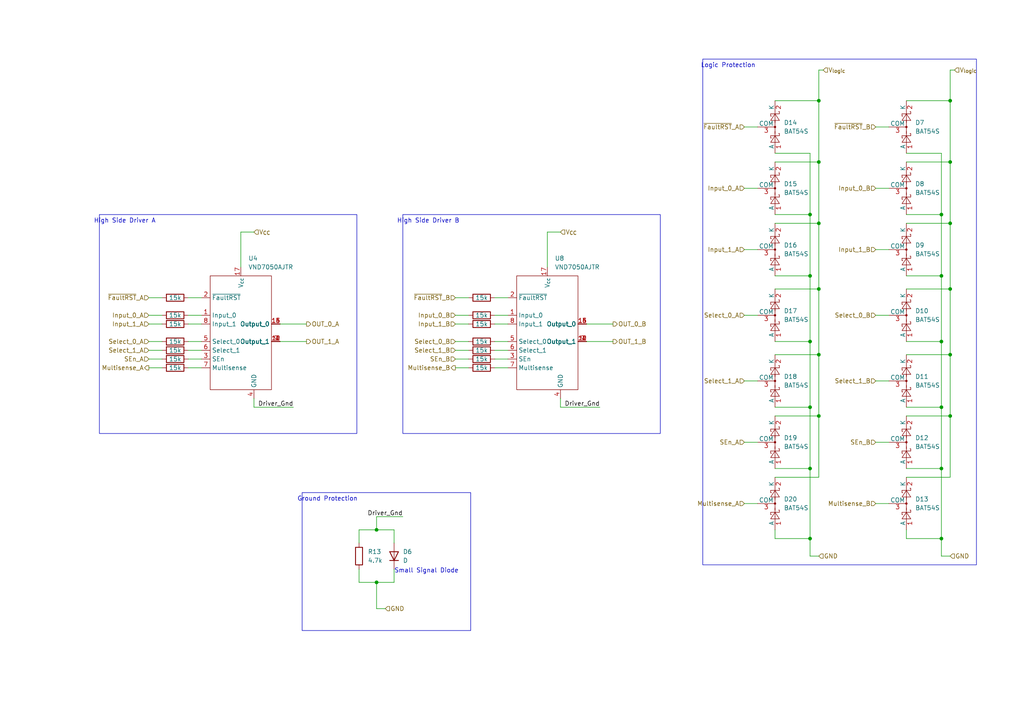
<source format=kicad_sch>
(kicad_sch
	(version 20250114)
	(generator "eeschema")
	(generator_version "9.0")
	(uuid "bdaa40b1-defd-4228-b4d1-e7c4e0b94c21")
	(paper "A4")
	(lib_symbols
		(symbol "Device:D"
			(pin_numbers
				(hide yes)
			)
			(pin_names
				(offset 1.016)
				(hide yes)
			)
			(exclude_from_sim no)
			(in_bom yes)
			(on_board yes)
			(property "Reference" "D"
				(at 0 2.54 0)
				(effects
					(font
						(size 1.27 1.27)
					)
				)
			)
			(property "Value" "D"
				(at 0 -2.54 0)
				(effects
					(font
						(size 1.27 1.27)
					)
				)
			)
			(property "Footprint" ""
				(at 0 0 0)
				(effects
					(font
						(size 1.27 1.27)
					)
					(hide yes)
				)
			)
			(property "Datasheet" "~"
				(at 0 0 0)
				(effects
					(font
						(size 1.27 1.27)
					)
					(hide yes)
				)
			)
			(property "Description" "Diode"
				(at 0 0 0)
				(effects
					(font
						(size 1.27 1.27)
					)
					(hide yes)
				)
			)
			(property "Sim.Device" "D"
				(at 0 0 0)
				(effects
					(font
						(size 1.27 1.27)
					)
					(hide yes)
				)
			)
			(property "Sim.Pins" "1=K 2=A"
				(at 0 0 0)
				(effects
					(font
						(size 1.27 1.27)
					)
					(hide yes)
				)
			)
			(property "ki_keywords" "diode"
				(at 0 0 0)
				(effects
					(font
						(size 1.27 1.27)
					)
					(hide yes)
				)
			)
			(property "ki_fp_filters" "TO-???* *_Diode_* *SingleDiode* D_*"
				(at 0 0 0)
				(effects
					(font
						(size 1.27 1.27)
					)
					(hide yes)
				)
			)
			(symbol "D_0_1"
				(polyline
					(pts
						(xy -1.27 1.27) (xy -1.27 -1.27)
					)
					(stroke
						(width 0.254)
						(type default)
					)
					(fill
						(type none)
					)
				)
				(polyline
					(pts
						(xy 1.27 1.27) (xy 1.27 -1.27) (xy -1.27 0) (xy 1.27 1.27)
					)
					(stroke
						(width 0.254)
						(type default)
					)
					(fill
						(type none)
					)
				)
				(polyline
					(pts
						(xy 1.27 0) (xy -1.27 0)
					)
					(stroke
						(width 0)
						(type default)
					)
					(fill
						(type none)
					)
				)
			)
			(symbol "D_1_1"
				(pin passive line
					(at -3.81 0 0)
					(length 2.54)
					(name "K"
						(effects
							(font
								(size 1.27 1.27)
							)
						)
					)
					(number "1"
						(effects
							(font
								(size 1.27 1.27)
							)
						)
					)
				)
				(pin passive line
					(at 3.81 0 180)
					(length 2.54)
					(name "A"
						(effects
							(font
								(size 1.27 1.27)
							)
						)
					)
					(number "2"
						(effects
							(font
								(size 1.27 1.27)
							)
						)
					)
				)
			)
			(embedded_fonts no)
		)
		(symbol "Device:R"
			(pin_numbers
				(hide yes)
			)
			(pin_names
				(offset 0)
			)
			(exclude_from_sim no)
			(in_bom yes)
			(on_board yes)
			(property "Reference" "R"
				(at 2.032 0 90)
				(effects
					(font
						(size 1.27 1.27)
					)
				)
			)
			(property "Value" "R"
				(at 0 0 90)
				(effects
					(font
						(size 1.27 1.27)
					)
				)
			)
			(property "Footprint" ""
				(at -1.778 0 90)
				(effects
					(font
						(size 1.27 1.27)
					)
					(hide yes)
				)
			)
			(property "Datasheet" "~"
				(at 0 0 0)
				(effects
					(font
						(size 1.27 1.27)
					)
					(hide yes)
				)
			)
			(property "Description" "Resistor"
				(at 0 0 0)
				(effects
					(font
						(size 1.27 1.27)
					)
					(hide yes)
				)
			)
			(property "ki_keywords" "R res resistor"
				(at 0 0 0)
				(effects
					(font
						(size 1.27 1.27)
					)
					(hide yes)
				)
			)
			(property "ki_fp_filters" "R_*"
				(at 0 0 0)
				(effects
					(font
						(size 1.27 1.27)
					)
					(hide yes)
				)
			)
			(symbol "R_0_1"
				(rectangle
					(start -1.016 -2.54)
					(end 1.016 2.54)
					(stroke
						(width 0.254)
						(type default)
					)
					(fill
						(type none)
					)
				)
			)
			(symbol "R_1_1"
				(pin passive line
					(at 0 3.81 270)
					(length 1.27)
					(name "~"
						(effects
							(font
								(size 1.27 1.27)
							)
						)
					)
					(number "1"
						(effects
							(font
								(size 1.27 1.27)
							)
						)
					)
				)
				(pin passive line
					(at 0 -3.81 90)
					(length 1.27)
					(name "~"
						(effects
							(font
								(size 1.27 1.27)
							)
						)
					)
					(number "2"
						(effects
							(font
								(size 1.27 1.27)
							)
						)
					)
				)
			)
			(embedded_fonts no)
		)
		(symbol "Diode:BAT54S"
			(pin_names
				(offset 0)
			)
			(exclude_from_sim no)
			(in_bom yes)
			(on_board yes)
			(property "Reference" "D"
				(at 2.54 -5.08 0)
				(effects
					(font
						(size 1.27 1.27)
					)
					(justify left)
				)
			)
			(property "Value" "BAT54S"
				(at -6.35 3.175 0)
				(effects
					(font
						(size 1.27 1.27)
					)
					(justify left)
				)
			)
			(property "Footprint" "Package_TO_SOT_SMD:SOT-23"
				(at 1.905 3.175 0)
				(effects
					(font
						(size 1.27 1.27)
					)
					(justify left)
					(hide yes)
				)
			)
			(property "Datasheet" "https://www.diodes.com/assets/Datasheets/ds11005.pdf"
				(at -3.048 0 0)
				(effects
					(font
						(size 1.27 1.27)
					)
					(hide yes)
				)
			)
			(property "Description" "Vr 30V, If 200mA, Dual schottky barrier diode, in series, SOT-323"
				(at 0 0 0)
				(effects
					(font
						(size 1.27 1.27)
					)
					(hide yes)
				)
			)
			(property "ki_keywords" "schottky diode"
				(at 0 0 0)
				(effects
					(font
						(size 1.27 1.27)
					)
					(hide yes)
				)
			)
			(property "ki_fp_filters" "SOT?23*"
				(at 0 0 0)
				(effects
					(font
						(size 1.27 1.27)
					)
					(hide yes)
				)
			)
			(symbol "BAT54S_0_1"
				(polyline
					(pts
						(xy -4.445 1.27) (xy -4.445 -1.27) (xy -2.54 0) (xy -4.445 1.27)
					)
					(stroke
						(width 0)
						(type default)
					)
					(fill
						(type none)
					)
				)
				(polyline
					(pts
						(xy -3.81 0) (xy -1.27 0)
					)
					(stroke
						(width 0)
						(type default)
					)
					(fill
						(type none)
					)
				)
				(polyline
					(pts
						(xy -3.175 -1.27) (xy -3.175 -1.016)
					)
					(stroke
						(width 0)
						(type default)
					)
					(fill
						(type none)
					)
				)
				(polyline
					(pts
						(xy -2.54 1.27) (xy -1.905 1.27)
					)
					(stroke
						(width 0)
						(type default)
					)
					(fill
						(type none)
					)
				)
				(polyline
					(pts
						(xy -2.54 -1.27) (xy -3.175 -1.27)
					)
					(stroke
						(width 0)
						(type default)
					)
					(fill
						(type none)
					)
				)
				(polyline
					(pts
						(xy -2.54 -1.27) (xy -2.54 1.27)
					)
					(stroke
						(width 0)
						(type default)
					)
					(fill
						(type none)
					)
				)
				(polyline
					(pts
						(xy -1.905 1.27) (xy -1.905 1.016)
					)
					(stroke
						(width 0)
						(type default)
					)
					(fill
						(type none)
					)
				)
				(polyline
					(pts
						(xy -1.905 0) (xy 1.905 0)
					)
					(stroke
						(width 0)
						(type default)
					)
					(fill
						(type none)
					)
				)
				(circle
					(center 0 0)
					(radius 0.254)
					(stroke
						(width 0)
						(type default)
					)
					(fill
						(type outline)
					)
				)
				(polyline
					(pts
						(xy 1.27 0) (xy 3.81 0)
					)
					(stroke
						(width 0)
						(type default)
					)
					(fill
						(type none)
					)
				)
				(polyline
					(pts
						(xy 1.905 1.27) (xy 1.905 -1.27) (xy 3.81 0) (xy 1.905 1.27)
					)
					(stroke
						(width 0)
						(type default)
					)
					(fill
						(type none)
					)
				)
				(polyline
					(pts
						(xy 3.175 -1.27) (xy 3.175 -1.016)
					)
					(stroke
						(width 0)
						(type default)
					)
					(fill
						(type none)
					)
				)
				(polyline
					(pts
						(xy 3.81 1.27) (xy 4.445 1.27)
					)
					(stroke
						(width 0)
						(type default)
					)
					(fill
						(type none)
					)
				)
				(polyline
					(pts
						(xy 3.81 -1.27) (xy 3.175 -1.27)
					)
					(stroke
						(width 0)
						(type default)
					)
					(fill
						(type none)
					)
				)
				(polyline
					(pts
						(xy 3.81 -1.27) (xy 3.81 1.27)
					)
					(stroke
						(width 0)
						(type default)
					)
					(fill
						(type none)
					)
				)
				(polyline
					(pts
						(xy 4.445 1.27) (xy 4.445 1.016)
					)
					(stroke
						(width 0)
						(type default)
					)
					(fill
						(type none)
					)
				)
			)
			(symbol "BAT54S_1_1"
				(pin passive line
					(at -7.62 0 0)
					(length 3.81)
					(name "A"
						(effects
							(font
								(size 1.27 1.27)
							)
						)
					)
					(number "1"
						(effects
							(font
								(size 1.27 1.27)
							)
						)
					)
				)
				(pin passive line
					(at 0 -5.08 90)
					(length 5.08)
					(name "COM"
						(effects
							(font
								(size 1.27 1.27)
							)
						)
					)
					(number "3"
						(effects
							(font
								(size 1.27 1.27)
							)
						)
					)
				)
				(pin passive line
					(at 7.62 0 180)
					(length 3.81)
					(name "K"
						(effects
							(font
								(size 1.27 1.27)
							)
						)
					)
					(number "2"
						(effects
							(font
								(size 1.27 1.27)
							)
						)
					)
				)
			)
			(embedded_fonts no)
		)
		(symbol "User:VND7050AJTR"
			(exclude_from_sim no)
			(in_bom yes)
			(on_board yes)
			(property "Reference" "U"
				(at 0 0 0)
				(effects
					(font
						(size 1.27 1.27)
					)
				)
			)
			(property "Value" "VND7050AJTR"
				(at 0 0 0)
				(effects
					(font
						(size 1.27 1.27)
					)
				)
			)
			(property "Footprint" "Package_SO:PowerSSO-16-1EP_3.9x4.9mm_P0.5mm_EP2.5x3.61mm_ThermalVias"
				(at 0 0 0)
				(effects
					(font
						(size 1.27 1.27)
					)
					(hide yes)
				)
			)
			(property "Datasheet" "https://www.lcsc.com/datasheet/lcsc_datasheet_1912111437_STMicroelectronics-VND7050AJTR_C443997.pdf"
				(at 0 -13.208 0)
				(effects
					(font
						(size 1.27 1.27)
					)
					(hide yes)
				)
			)
			(property "Description" "Double channel high-side driver with MultiSense analog feedback for automotive applications"
				(at 0 0 0)
				(effects
					(font
						(size 1.27 1.27)
					)
					(hide yes)
				)
			)
			(symbol "VND7050AJTR_0_1"
				(rectangle
					(start -8.89 33.02)
					(end 8.89 0)
					(stroke
						(width 0)
						(type default)
					)
					(fill
						(type none)
					)
				)
			)
			(symbol "VND7050AJTR_1_0"
				(pin output line
					(at 11.43 19.05 180)
					(length 2.54)
					(name "Output_0"
						(effects
							(font
								(size 1.27 1.27)
							)
						)
					)
					(number "14"
						(effects
							(font
								(size 1.27 1.27)
							)
						)
					)
				)
				(pin output line
					(at 11.43 19.05 180)
					(length 2.54)
					(name "Output_0"
						(effects
							(font
								(size 1.27 1.27)
							)
						)
					)
					(number "15"
						(effects
							(font
								(size 1.27 1.27)
							)
						)
					)
				)
				(pin output line
					(at 11.43 19.05 180)
					(length 2.54)
					(name "Output_0"
						(effects
							(font
								(size 1.27 1.27)
							)
						)
					)
					(number "16"
						(effects
							(font
								(size 1.27 1.27)
							)
						)
					)
				)
				(pin output line
					(at 11.43 13.97 180)
					(length 2.54)
					(name "Output_1"
						(effects
							(font
								(size 1.27 1.27)
							)
						)
					)
					(number "10"
						(effects
							(font
								(size 1.27 1.27)
							)
						)
					)
				)
				(pin output line
					(at 11.43 13.97 180)
					(length 2.54)
					(name "Output_1"
						(effects
							(font
								(size 1.27 1.27)
							)
						)
					)
					(number "11"
						(effects
							(font
								(size 1.27 1.27)
							)
						)
					)
				)
				(pin output line
					(at 11.43 13.97 180)
					(length 2.54)
					(name "Output_1"
						(effects
							(font
								(size 1.27 1.27)
							)
						)
					)
					(number "12"
						(effects
							(font
								(size 1.27 1.27)
							)
						)
					)
				)
			)
			(symbol "VND7050AJTR_1_1"
				(pin input line
					(at -11.43 26.67 0)
					(length 2.54)
					(name "~{FaultRST}"
						(effects
							(font
								(size 1.27 1.27)
							)
						)
					)
					(number "2"
						(effects
							(font
								(size 1.27 1.27)
							)
						)
					)
				)
				(pin input line
					(at -11.43 21.59 0)
					(length 2.54)
					(name "Input_0"
						(effects
							(font
								(size 1.27 1.27)
							)
						)
					)
					(number "1"
						(effects
							(font
								(size 1.27 1.27)
							)
						)
					)
				)
				(pin input line
					(at -11.43 19.05 0)
					(length 2.54)
					(name "Input_1"
						(effects
							(font
								(size 1.27 1.27)
							)
						)
					)
					(number "8"
						(effects
							(font
								(size 1.27 1.27)
							)
						)
					)
				)
				(pin input line
					(at -11.43 13.97 0)
					(length 2.54)
					(name "Select_0"
						(effects
							(font
								(size 1.27 1.27)
							)
						)
					)
					(number "5"
						(effects
							(font
								(size 1.27 1.27)
							)
						)
					)
				)
				(pin input line
					(at -11.43 11.43 0)
					(length 2.54)
					(name "Select_1"
						(effects
							(font
								(size 1.27 1.27)
							)
						)
					)
					(number "6"
						(effects
							(font
								(size 1.27 1.27)
							)
						)
					)
				)
				(pin input line
					(at -11.43 8.89 0)
					(length 2.54)
					(name "SEn"
						(effects
							(font
								(size 1.27 1.27)
							)
						)
					)
					(number "3"
						(effects
							(font
								(size 1.27 1.27)
							)
						)
					)
				)
				(pin output line
					(at -11.43 6.35 0)
					(length 2.54)
					(name "Multisense"
						(effects
							(font
								(size 1.27 1.27)
							)
						)
					)
					(number "7"
						(effects
							(font
								(size 1.27 1.27)
							)
						)
					)
				)
				(pin power_in line
					(at 0 35.56 270)
					(length 2.54)
					(name "V_{cc}"
						(effects
							(font
								(size 1.27 1.27)
							)
						)
					)
					(number "17"
						(effects
							(font
								(size 1.27 1.27)
							)
						)
					)
				)
				(pin power_in line
					(at 3.81 -2.54 90)
					(length 2.54)
					(name "GND"
						(effects
							(font
								(size 1.27 1.27)
							)
						)
					)
					(number "4"
						(effects
							(font
								(size 1.27 1.27)
							)
						)
					)
				)
				(pin output line
					(at 11.43 19.05 180)
					(length 2.54)
					(name "Output_0"
						(effects
							(font
								(size 1.27 1.27)
							)
						)
					)
					(number "13"
						(effects
							(font
								(size 1.27 1.27)
							)
						)
					)
				)
				(pin output line
					(at 11.43 13.97 180)
					(length 2.54)
					(name "Output_1"
						(effects
							(font
								(size 1.27 1.27)
							)
						)
					)
					(number "9"
						(effects
							(font
								(size 1.27 1.27)
							)
						)
					)
				)
			)
			(embedded_fonts no)
		)
	)
	(rectangle
		(start 116.84 62.23)
		(end 191.516 125.73)
		(stroke
			(width 0)
			(type default)
		)
		(fill
			(type none)
		)
		(uuid 22d01dd8-6044-489c-894d-107b4ce3b572)
	)
	(rectangle
		(start 28.829 62.23)
		(end 103.505 125.73)
		(stroke
			(width 0)
			(type default)
		)
		(fill
			(type none)
		)
		(uuid 6bc625b8-c9ed-457f-9185-f70049ca939f)
	)
	(rectangle
		(start 87.63 142.875)
		(end 136.525 182.88)
		(stroke
			(width 0)
			(type default)
		)
		(fill
			(type none)
		)
		(uuid 6dad2c3a-08e1-4c14-8fa3-2769e3aa92ba)
	)
	(rectangle
		(start 203.835 17.145)
		(end 283.21 163.83)
		(stroke
			(width 0)
			(type default)
		)
		(fill
			(type none)
		)
		(uuid e64828ef-98b9-4aab-ba2e-f43dbcfb9ff7)
	)
	(text "Small Signal Diode"
		(exclude_from_sim no)
		(at 123.698 165.608 0)
		(effects
			(font
				(size 1.27 1.27)
			)
		)
		(uuid "19edd76f-2d9f-4068-9af8-ba96068c43fd")
	)
	(text "High Side Driver A"
		(exclude_from_sim no)
		(at 36.195 64.135 0)
		(effects
			(font
				(size 1.27 1.27)
			)
		)
		(uuid "3384cba2-5284-447b-9dfb-3a36082baf9e")
	)
	(text "High Side Driver B"
		(exclude_from_sim no)
		(at 124.206 64.135 0)
		(effects
			(font
				(size 1.27 1.27)
			)
		)
		(uuid "62e2f1e7-0024-4f17-a226-f1728ae5da09")
	)
	(text "Logic Protection"
		(exclude_from_sim no)
		(at 211.201 19.05 0)
		(effects
			(font
				(size 1.27 1.27)
			)
		)
		(uuid "9eacdb0a-1bd1-40b1-abe1-6d1a0d333c53")
	)
	(text "Ground Protection"
		(exclude_from_sim no)
		(at 94.996 144.78 0)
		(effects
			(font
				(size 1.27 1.27)
			)
		)
		(uuid "d33f23d6-cdd0-4fd9-afc9-df3cb00e8581")
	)
	(junction
		(at 273.05 156.21)
		(diameter 0)
		(color 0 0 0 0)
		(uuid "1287536b-8fe4-4b10-b7fe-c68197ba076f")
	)
	(junction
		(at 234.95 156.21)
		(diameter 0)
		(color 0 0 0 0)
		(uuid "1beed9d5-22d7-4cea-aa15-b24ba03293c3")
	)
	(junction
		(at 109.22 168.91)
		(diameter 0)
		(color 0 0 0 0)
		(uuid "311e5f39-d1a0-4618-959d-4eeaaf5509b3")
	)
	(junction
		(at 234.95 99.06)
		(diameter 0)
		(color 0 0 0 0)
		(uuid "4ece47e9-411f-425c-ac48-def6668fd6f9")
	)
	(junction
		(at 237.49 102.87)
		(diameter 0)
		(color 0 0 0 0)
		(uuid "4f5a6ea3-2481-423d-b518-dffdec2d9648")
	)
	(junction
		(at 237.49 46.99)
		(diameter 0)
		(color 0 0 0 0)
		(uuid "59d3e10b-cc25-45fb-bd08-6a71d282e2a2")
	)
	(junction
		(at 109.22 153.67)
		(diameter 0)
		(color 0 0 0 0)
		(uuid "6e62e6d7-e716-4cc8-8328-f117dcc3858c")
	)
	(junction
		(at 273.05 135.89)
		(diameter 0)
		(color 0 0 0 0)
		(uuid "6fe7fd84-ec87-436f-8fb5-8a046fc10fde")
	)
	(junction
		(at 234.95 118.11)
		(diameter 0)
		(color 0 0 0 0)
		(uuid "72ebe798-46dd-4f59-962f-384efbc80540")
	)
	(junction
		(at 275.59 29.21)
		(diameter 0)
		(color 0 0 0 0)
		(uuid "7876d834-b0f3-4113-9bdb-885f6814e175")
	)
	(junction
		(at 237.49 120.65)
		(diameter 0)
		(color 0 0 0 0)
		(uuid "78dcedc5-8a0b-4155-a2a6-6cdc34564ddb")
	)
	(junction
		(at 273.05 80.01)
		(diameter 0)
		(color 0 0 0 0)
		(uuid "81b52a5a-c8d1-488b-b8dc-ab1516fa18fd")
	)
	(junction
		(at 234.95 135.89)
		(diameter 0)
		(color 0 0 0 0)
		(uuid "81f62d67-121f-4810-887b-f4e58017ae88")
	)
	(junction
		(at 275.59 120.65)
		(diameter 0)
		(color 0 0 0 0)
		(uuid "83685afb-5e5b-4bc8-8470-615a6c9b99b6")
	)
	(junction
		(at 273.05 99.06)
		(diameter 0)
		(color 0 0 0 0)
		(uuid "8a832b20-81a1-42e3-be89-7d03167fb15d")
	)
	(junction
		(at 273.05 118.11)
		(diameter 0)
		(color 0 0 0 0)
		(uuid "907a4bc7-4dae-4374-827c-92bb7949a860")
	)
	(junction
		(at 234.95 80.01)
		(diameter 0)
		(color 0 0 0 0)
		(uuid "93a1f2e1-bb6c-46dd-aa52-518e07d3c832")
	)
	(junction
		(at 275.59 83.82)
		(diameter 0)
		(color 0 0 0 0)
		(uuid "9d951e27-d699-43f6-92a1-f261b6f28a04")
	)
	(junction
		(at 237.49 83.82)
		(diameter 0)
		(color 0 0 0 0)
		(uuid "a440853c-02ba-41dd-868f-e25afda36b3f")
	)
	(junction
		(at 275.59 102.87)
		(diameter 0)
		(color 0 0 0 0)
		(uuid "b037785a-6220-4425-837c-f32d34e7f99c")
	)
	(junction
		(at 234.95 62.23)
		(diameter 0)
		(color 0 0 0 0)
		(uuid "b22ece0e-a0a4-41f3-8e05-e239876b1406")
	)
	(junction
		(at 275.59 46.99)
		(diameter 0)
		(color 0 0 0 0)
		(uuid "c3a3d114-e03d-4fda-beeb-1a816bb18fd1")
	)
	(junction
		(at 273.05 62.23)
		(diameter 0)
		(color 0 0 0 0)
		(uuid "cc483c32-c837-4341-a41a-3e1ca6a902e0")
	)
	(junction
		(at 275.59 64.77)
		(diameter 0)
		(color 0 0 0 0)
		(uuid "e19a64b8-e233-4667-8d4f-d3168d0458e9")
	)
	(junction
		(at 237.49 64.77)
		(diameter 0)
		(color 0 0 0 0)
		(uuid "e815ceee-cf5d-48fb-aa81-90d7e785161a")
	)
	(junction
		(at 237.49 29.21)
		(diameter 0)
		(color 0 0 0 0)
		(uuid "ebc0bd53-819b-4a34-9a9e-0202cb56ca64")
	)
	(wire
		(pts
			(xy 237.49 83.82) (xy 237.49 102.87)
		)
		(stroke
			(width 0)
			(type default)
		)
		(uuid "006691fb-c874-46a8-905b-fb8d9e0c4c4d")
	)
	(wire
		(pts
			(xy 104.14 168.91) (xy 109.22 168.91)
		)
		(stroke
			(width 0)
			(type default)
		)
		(uuid "055893d7-1f29-487a-a9d6-70899901c222")
	)
	(wire
		(pts
			(xy 224.79 156.21) (xy 224.79 153.67)
		)
		(stroke
			(width 0)
			(type default)
		)
		(uuid "07057067-46ab-4f5d-a71a-0d3bb96ca3b1")
	)
	(wire
		(pts
			(xy 234.95 99.06) (xy 234.95 118.11)
		)
		(stroke
			(width 0)
			(type default)
		)
		(uuid "072e0a8f-5954-4e4b-afe9-d6cc959472f9")
	)
	(wire
		(pts
			(xy 224.79 80.01) (xy 234.95 80.01)
		)
		(stroke
			(width 0)
			(type default)
		)
		(uuid "07ee8c2e-89f5-4af9-bdbd-28ac641f9b20")
	)
	(wire
		(pts
			(xy 132.08 86.36) (xy 135.89 86.36)
		)
		(stroke
			(width 0)
			(type default)
		)
		(uuid "09b2a0e0-3c1a-4708-bb89-5bca6adaa7a7")
	)
	(wire
		(pts
			(xy 254 110.49) (xy 257.81 110.49)
		)
		(stroke
			(width 0)
			(type default)
		)
		(uuid "0ac65c1d-ed4a-436c-b778-67314bb7a963")
	)
	(wire
		(pts
			(xy 254 128.27) (xy 257.81 128.27)
		)
		(stroke
			(width 0)
			(type default)
		)
		(uuid "0aec29e7-0e17-457e-8c0b-0ed1672606d0")
	)
	(wire
		(pts
			(xy 215.9 110.49) (xy 219.71 110.49)
		)
		(stroke
			(width 0)
			(type default)
		)
		(uuid "0f5f227c-f288-4fb9-a47d-8cde32ce503a")
	)
	(wire
		(pts
			(xy 254 72.39) (xy 257.81 72.39)
		)
		(stroke
			(width 0)
			(type default)
		)
		(uuid "11f03997-530a-439b-bfb6-b9c858cc80fe")
	)
	(wire
		(pts
			(xy 273.05 135.89) (xy 273.05 156.21)
		)
		(stroke
			(width 0)
			(type default)
		)
		(uuid "1479b49f-7419-4c21-bec9-ce6c60990c58")
	)
	(wire
		(pts
			(xy 54.61 104.14) (xy 58.42 104.14)
		)
		(stroke
			(width 0)
			(type default)
		)
		(uuid "1764bcad-5b0b-461c-99c9-4e5e266863f2")
	)
	(wire
		(pts
			(xy 237.49 20.32) (xy 237.49 29.21)
		)
		(stroke
			(width 0)
			(type default)
		)
		(uuid "186ca900-70ff-487a-974c-439304356ffb")
	)
	(wire
		(pts
			(xy 85.09 118.11) (xy 73.66 118.11)
		)
		(stroke
			(width 0)
			(type default)
		)
		(uuid "188b27de-8b72-4e39-a9e0-5514cd9aa372")
	)
	(wire
		(pts
			(xy 224.79 99.06) (xy 234.95 99.06)
		)
		(stroke
			(width 0)
			(type default)
		)
		(uuid "1ca2ccb0-c92e-4ada-9226-8741ca34555e")
	)
	(wire
		(pts
			(xy 109.22 176.53) (xy 109.22 168.91)
		)
		(stroke
			(width 0)
			(type default)
		)
		(uuid "24e88a19-de9c-4f95-82c5-8e7407386bca")
	)
	(wire
		(pts
			(xy 224.79 135.89) (xy 234.95 135.89)
		)
		(stroke
			(width 0)
			(type default)
		)
		(uuid "28f1c530-ab7a-40f3-9ebe-4f95d55789db")
	)
	(wire
		(pts
			(xy 104.14 165.1) (xy 104.14 168.91)
		)
		(stroke
			(width 0)
			(type default)
		)
		(uuid "2c0698fe-e6fa-4e1f-9b1a-8ff457e15528")
	)
	(wire
		(pts
			(xy 224.79 29.21) (xy 237.49 29.21)
		)
		(stroke
			(width 0)
			(type default)
		)
		(uuid "2de0236a-1076-4fe6-a69b-1d057123839b")
	)
	(wire
		(pts
			(xy 275.59 120.65) (xy 275.59 138.43)
		)
		(stroke
			(width 0)
			(type default)
		)
		(uuid "3245c9d2-918c-41fa-9493-2250593d84e9")
	)
	(wire
		(pts
			(xy 262.89 99.06) (xy 273.05 99.06)
		)
		(stroke
			(width 0)
			(type default)
		)
		(uuid "337dc23d-7aa3-4d08-8659-0f05fb12f8a9")
	)
	(wire
		(pts
			(xy 109.22 168.91) (xy 114.3 168.91)
		)
		(stroke
			(width 0)
			(type default)
		)
		(uuid "3548ba67-b128-4b3d-a6d4-8ad807ea4471")
	)
	(wire
		(pts
			(xy 73.66 67.31) (xy 69.85 67.31)
		)
		(stroke
			(width 0)
			(type default)
		)
		(uuid "37425433-2e84-475b-b6fe-4f23916838e3")
	)
	(wire
		(pts
			(xy 132.08 104.14) (xy 135.89 104.14)
		)
		(stroke
			(width 0)
			(type default)
		)
		(uuid "3831453a-d7e5-411d-aacc-17274db7104d")
	)
	(wire
		(pts
			(xy 54.61 93.98) (xy 58.42 93.98)
		)
		(stroke
			(width 0)
			(type default)
		)
		(uuid "394806ee-ec58-4900-81e9-1ed9c7bb8702")
	)
	(wire
		(pts
			(xy 132.08 99.06) (xy 135.89 99.06)
		)
		(stroke
			(width 0)
			(type default)
		)
		(uuid "398b5eae-8109-4634-9433-303e947d0b61")
	)
	(wire
		(pts
			(xy 114.3 153.67) (xy 114.3 157.48)
		)
		(stroke
			(width 0)
			(type default)
		)
		(uuid "3c87b559-fb1d-4fbe-90b4-3ed1c3edcc26")
	)
	(wire
		(pts
			(xy 224.79 138.43) (xy 237.49 138.43)
		)
		(stroke
			(width 0)
			(type default)
		)
		(uuid "3da5294f-c912-409e-a070-c6ce8e04e4d1")
	)
	(wire
		(pts
			(xy 262.89 118.11) (xy 273.05 118.11)
		)
		(stroke
			(width 0)
			(type default)
		)
		(uuid "3dd2b9e2-5177-4249-ba21-90a0fc80e1aa")
	)
	(wire
		(pts
			(xy 273.05 161.29) (xy 273.05 156.21)
		)
		(stroke
			(width 0)
			(type default)
		)
		(uuid "4613db53-7c04-4068-bbb4-8689a6251e89")
	)
	(wire
		(pts
			(xy 224.79 64.77) (xy 237.49 64.77)
		)
		(stroke
			(width 0)
			(type default)
		)
		(uuid "4712b655-b6be-4a3d-a59f-b4c6fcfdb183")
	)
	(wire
		(pts
			(xy 54.61 91.44) (xy 58.42 91.44)
		)
		(stroke
			(width 0)
			(type default)
		)
		(uuid "4949ac74-69c4-45b9-b5d0-87b1c867720f")
	)
	(wire
		(pts
			(xy 238.76 20.32) (xy 237.49 20.32)
		)
		(stroke
			(width 0)
			(type default)
		)
		(uuid "4af56be7-6033-445d-8827-9fc1e38e7da8")
	)
	(wire
		(pts
			(xy 262.89 80.01) (xy 273.05 80.01)
		)
		(stroke
			(width 0)
			(type default)
		)
		(uuid "51749290-d809-4372-8f9d-2a930e3e778d")
	)
	(wire
		(pts
			(xy 132.08 93.98) (xy 135.89 93.98)
		)
		(stroke
			(width 0)
			(type default)
		)
		(uuid "54bfa87f-243e-422a-8895-b05dc2312f80")
	)
	(wire
		(pts
			(xy 262.89 156.21) (xy 262.89 153.67)
		)
		(stroke
			(width 0)
			(type default)
		)
		(uuid "55b6c8d5-fcb5-424c-83a4-74a76f3e2070")
	)
	(wire
		(pts
			(xy 234.95 80.01) (xy 234.95 99.06)
		)
		(stroke
			(width 0)
			(type default)
		)
		(uuid "56c4e7c1-9f3d-4b16-928d-f8a24fe2aa61")
	)
	(wire
		(pts
			(xy 143.51 99.06) (xy 147.32 99.06)
		)
		(stroke
			(width 0)
			(type default)
		)
		(uuid "57c8a336-4d24-4914-8bc3-829729161a87")
	)
	(wire
		(pts
			(xy 273.05 62.23) (xy 273.05 80.01)
		)
		(stroke
			(width 0)
			(type default)
		)
		(uuid "5a374f3b-8e72-4e32-846e-26dcfe410f8e")
	)
	(wire
		(pts
			(xy 254 91.44) (xy 257.81 91.44)
		)
		(stroke
			(width 0)
			(type default)
		)
		(uuid "5ddca312-5f09-4731-a8e5-4f3ed297a8b9")
	)
	(wire
		(pts
			(xy 143.51 86.36) (xy 147.32 86.36)
		)
		(stroke
			(width 0)
			(type default)
		)
		(uuid "602ad553-7cf5-4e56-9a42-3ecb52ceb895")
	)
	(wire
		(pts
			(xy 262.89 138.43) (xy 275.59 138.43)
		)
		(stroke
			(width 0)
			(type default)
		)
		(uuid "619ad341-05cd-436c-97de-c9d75179c0f7")
	)
	(wire
		(pts
			(xy 262.89 64.77) (xy 275.59 64.77)
		)
		(stroke
			(width 0)
			(type default)
		)
		(uuid "67374535-767c-4ca2-8020-826241974b16")
	)
	(wire
		(pts
			(xy 224.79 83.82) (xy 237.49 83.82)
		)
		(stroke
			(width 0)
			(type default)
		)
		(uuid "6b5a2139-a573-4296-83e5-f28a1bd5d95d")
	)
	(wire
		(pts
			(xy 262.89 135.89) (xy 273.05 135.89)
		)
		(stroke
			(width 0)
			(type default)
		)
		(uuid "6b83b58d-0d4f-4f57-9ad9-1cbfc5077c87")
	)
	(wire
		(pts
			(xy 273.05 44.45) (xy 273.05 62.23)
		)
		(stroke
			(width 0)
			(type default)
		)
		(uuid "6b889772-a9ad-472b-9a72-2f37a332755e")
	)
	(wire
		(pts
			(xy 109.22 153.67) (xy 109.22 149.86)
		)
		(stroke
			(width 0)
			(type default)
		)
		(uuid "6b980f43-7fe8-441d-b11d-3d1b11fba2b4")
	)
	(wire
		(pts
			(xy 54.61 99.06) (xy 58.42 99.06)
		)
		(stroke
			(width 0)
			(type default)
		)
		(uuid "6c13f581-9186-479f-9e8b-c8260d62844c")
	)
	(wire
		(pts
			(xy 69.85 67.31) (xy 69.85 77.47)
		)
		(stroke
			(width 0)
			(type default)
		)
		(uuid "6f1d3de4-8ddb-4874-91e3-3f18b81e4ff6")
	)
	(wire
		(pts
			(xy 143.51 101.6) (xy 147.32 101.6)
		)
		(stroke
			(width 0)
			(type default)
		)
		(uuid "78a829b7-5633-4c2d-a52e-8f9a156eaf8c")
	)
	(wire
		(pts
			(xy 43.18 104.14) (xy 46.99 104.14)
		)
		(stroke
			(width 0)
			(type default)
		)
		(uuid "79fcffc3-7094-4a77-843c-0bb6a487e7e3")
	)
	(wire
		(pts
			(xy 215.9 54.61) (xy 219.71 54.61)
		)
		(stroke
			(width 0)
			(type default)
		)
		(uuid "7c6e211b-69e7-4679-a2e5-0e9d94636488")
	)
	(wire
		(pts
			(xy 43.18 99.06) (xy 46.99 99.06)
		)
		(stroke
			(width 0)
			(type default)
		)
		(uuid "7ce5f39d-e956-4164-a9a0-34011a9e2f60")
	)
	(wire
		(pts
			(xy 262.89 46.99) (xy 275.59 46.99)
		)
		(stroke
			(width 0)
			(type default)
		)
		(uuid "7e03fc0a-cc01-42d2-8f2d-43a2c18cabed")
	)
	(wire
		(pts
			(xy 275.59 46.99) (xy 275.59 64.77)
		)
		(stroke
			(width 0)
			(type default)
		)
		(uuid "7e1edf51-4277-459d-a802-9ae23df73b73")
	)
	(wire
		(pts
			(xy 262.89 102.87) (xy 275.59 102.87)
		)
		(stroke
			(width 0)
			(type default)
		)
		(uuid "7e79f770-c14c-4060-842b-b38ddb847e27")
	)
	(wire
		(pts
			(xy 224.79 46.99) (xy 237.49 46.99)
		)
		(stroke
			(width 0)
			(type default)
		)
		(uuid "808def41-6d52-4658-a37f-ba9c1e136139")
	)
	(wire
		(pts
			(xy 275.59 161.29) (xy 273.05 161.29)
		)
		(stroke
			(width 0)
			(type default)
		)
		(uuid "80ad45e3-e7c7-43c1-8153-3981c7847207")
	)
	(wire
		(pts
			(xy 43.18 91.44) (xy 46.99 91.44)
		)
		(stroke
			(width 0)
			(type default)
		)
		(uuid "80e2c76f-eb31-4ceb-b839-d40b5d11a5f4")
	)
	(wire
		(pts
			(xy 132.08 106.68) (xy 135.89 106.68)
		)
		(stroke
			(width 0)
			(type default)
		)
		(uuid "8162daba-a662-4996-9193-9b341a42d2cb")
	)
	(wire
		(pts
			(xy 43.18 93.98) (xy 46.99 93.98)
		)
		(stroke
			(width 0)
			(type default)
		)
		(uuid "8335a1f3-cda3-4dcb-9f8a-572f0c58d877")
	)
	(wire
		(pts
			(xy 262.89 44.45) (xy 273.05 44.45)
		)
		(stroke
			(width 0)
			(type default)
		)
		(uuid "83e56828-2d30-4b28-a1c9-217061fe6796")
	)
	(wire
		(pts
			(xy 162.56 67.31) (xy 158.75 67.31)
		)
		(stroke
			(width 0)
			(type default)
		)
		(uuid "84ae89eb-b323-4b78-af9b-0630011ec5d0")
	)
	(wire
		(pts
			(xy 275.59 102.87) (xy 275.59 120.65)
		)
		(stroke
			(width 0)
			(type default)
		)
		(uuid "86b32815-4796-460c-b0f5-a2e1223103f6")
	)
	(wire
		(pts
			(xy 273.05 80.01) (xy 273.05 99.06)
		)
		(stroke
			(width 0)
			(type default)
		)
		(uuid "871959cc-e69c-4956-935a-dabf7c706073")
	)
	(wire
		(pts
			(xy 237.49 102.87) (xy 237.49 120.65)
		)
		(stroke
			(width 0)
			(type default)
		)
		(uuid "87643580-f81e-4e59-b4db-4797dd00c363")
	)
	(wire
		(pts
			(xy 224.79 44.45) (xy 234.95 44.45)
		)
		(stroke
			(width 0)
			(type default)
		)
		(uuid "89db9cbd-b6e3-475b-ac2e-f3d74d15a90d")
	)
	(wire
		(pts
			(xy 275.59 64.77) (xy 275.59 83.82)
		)
		(stroke
			(width 0)
			(type default)
		)
		(uuid "937af093-c48c-4e74-807d-844ded829bc6")
	)
	(wire
		(pts
			(xy 262.89 62.23) (xy 273.05 62.23)
		)
		(stroke
			(width 0)
			(type default)
		)
		(uuid "9530a3e3-701f-4c38-bb08-95ac7592ef74")
	)
	(wire
		(pts
			(xy 224.79 102.87) (xy 237.49 102.87)
		)
		(stroke
			(width 0)
			(type default)
		)
		(uuid "989d612d-f2e6-445d-a288-854be8805bb4")
	)
	(wire
		(pts
			(xy 273.05 99.06) (xy 273.05 118.11)
		)
		(stroke
			(width 0)
			(type default)
		)
		(uuid "99bd242a-13d1-4312-8abc-21a8984af835")
	)
	(wire
		(pts
			(xy 111.76 176.53) (xy 109.22 176.53)
		)
		(stroke
			(width 0)
			(type default)
		)
		(uuid "9b358795-4947-43c8-8671-bb1d4037aa9d")
	)
	(wire
		(pts
			(xy 109.22 153.67) (xy 114.3 153.67)
		)
		(stroke
			(width 0)
			(type default)
		)
		(uuid "9d9ea46f-e4f2-486b-b68d-e1c7fccb6e4f")
	)
	(wire
		(pts
			(xy 43.18 106.68) (xy 46.99 106.68)
		)
		(stroke
			(width 0)
			(type default)
		)
		(uuid "9fe5ed2d-c47e-4d16-a308-aa2751072997")
	)
	(wire
		(pts
			(xy 273.05 118.11) (xy 273.05 135.89)
		)
		(stroke
			(width 0)
			(type default)
		)
		(uuid "a13dab87-129b-4252-a397-9589a681ce30")
	)
	(wire
		(pts
			(xy 114.3 165.1) (xy 114.3 168.91)
		)
		(stroke
			(width 0)
			(type default)
		)
		(uuid "a566fe57-dd72-4cda-bb8b-b666032c3a76")
	)
	(wire
		(pts
			(xy 254 54.61) (xy 257.81 54.61)
		)
		(stroke
			(width 0)
			(type default)
		)
		(uuid "a7a4dd8e-a12c-4a66-8de4-f42ab81fccab")
	)
	(wire
		(pts
			(xy 215.9 72.39) (xy 219.71 72.39)
		)
		(stroke
			(width 0)
			(type default)
		)
		(uuid "a89468ec-19a4-4957-9737-120783446b64")
	)
	(wire
		(pts
			(xy 215.9 91.44) (xy 219.71 91.44)
		)
		(stroke
			(width 0)
			(type default)
		)
		(uuid "a9724963-6ddd-4438-a764-939f77bb2ec7")
	)
	(wire
		(pts
			(xy 275.59 83.82) (xy 275.59 102.87)
		)
		(stroke
			(width 0)
			(type default)
		)
		(uuid "aa5a4377-6d00-48bf-8e32-f1070c7e3244")
	)
	(wire
		(pts
			(xy 234.95 44.45) (xy 234.95 62.23)
		)
		(stroke
			(width 0)
			(type default)
		)
		(uuid "abc30dd2-3b31-4e7c-8e05-70ebef8b3047")
	)
	(wire
		(pts
			(xy 54.61 101.6) (xy 58.42 101.6)
		)
		(stroke
			(width 0)
			(type default)
		)
		(uuid "ae64e223-03fd-44a5-9ab1-2881b815b770")
	)
	(wire
		(pts
			(xy 254 36.83) (xy 257.81 36.83)
		)
		(stroke
			(width 0)
			(type default)
		)
		(uuid "af362c5b-d6fa-4dd7-be63-e329a1d778ee")
	)
	(wire
		(pts
			(xy 158.75 67.31) (xy 158.75 77.47)
		)
		(stroke
			(width 0)
			(type default)
		)
		(uuid "b04d5065-2ea3-40b9-8c25-1426bf73a145")
	)
	(wire
		(pts
			(xy 104.14 153.67) (xy 109.22 153.67)
		)
		(stroke
			(width 0)
			(type default)
		)
		(uuid "b2bce417-8283-4683-87f2-92366116491a")
	)
	(wire
		(pts
			(xy 162.56 118.11) (xy 162.56 115.57)
		)
		(stroke
			(width 0)
			(type default)
		)
		(uuid "b68eb743-a893-4616-a9ea-d03f94cb2c3d")
	)
	(wire
		(pts
			(xy 234.95 135.89) (xy 234.95 156.21)
		)
		(stroke
			(width 0)
			(type default)
		)
		(uuid "b70e239b-5b43-4255-a9ac-104b7ea8d1a1")
	)
	(wire
		(pts
			(xy 224.79 118.11) (xy 234.95 118.11)
		)
		(stroke
			(width 0)
			(type default)
		)
		(uuid "b83abb13-6cbd-4171-acdd-9a4dfb5c5dbb")
	)
	(wire
		(pts
			(xy 276.86 20.32) (xy 275.59 20.32)
		)
		(stroke
			(width 0)
			(type default)
		)
		(uuid "bb12fdaf-d4ca-4fea-b693-bff8624e9f9c")
	)
	(wire
		(pts
			(xy 254 146.05) (xy 257.81 146.05)
		)
		(stroke
			(width 0)
			(type default)
		)
		(uuid "bc8c72ba-eade-4957-86c6-cfc7a75da32e")
	)
	(wire
		(pts
			(xy 54.61 86.36) (xy 58.42 86.36)
		)
		(stroke
			(width 0)
			(type default)
		)
		(uuid "bedf9844-f208-4e71-87e0-6458a0e727ea")
	)
	(wire
		(pts
			(xy 104.14 157.48) (xy 104.14 153.67)
		)
		(stroke
			(width 0)
			(type default)
		)
		(uuid "c25db717-4060-42a3-bc74-f785709b9732")
	)
	(wire
		(pts
			(xy 81.28 93.98) (xy 88.9 93.98)
		)
		(stroke
			(width 0)
			(type default)
		)
		(uuid "c5f8c045-3eab-47fa-b823-a5ec686b9346")
	)
	(wire
		(pts
			(xy 234.95 161.29) (xy 234.95 156.21)
		)
		(stroke
			(width 0)
			(type default)
		)
		(uuid "c6adc9bd-0056-40c9-b169-be986b4c4e6e")
	)
	(wire
		(pts
			(xy 132.08 91.44) (xy 135.89 91.44)
		)
		(stroke
			(width 0)
			(type default)
		)
		(uuid "c7055516-a5f7-4c70-a6d4-557ec2c3a93c")
	)
	(wire
		(pts
			(xy 234.95 156.21) (xy 224.79 156.21)
		)
		(stroke
			(width 0)
			(type default)
		)
		(uuid "c8724930-8717-4d64-942b-8f70a402914b")
	)
	(wire
		(pts
			(xy 73.66 118.11) (xy 73.66 115.57)
		)
		(stroke
			(width 0)
			(type default)
		)
		(uuid "c8d457bd-afed-472e-a314-59e4f28325d5")
	)
	(wire
		(pts
			(xy 143.51 106.68) (xy 147.32 106.68)
		)
		(stroke
			(width 0)
			(type default)
		)
		(uuid "cabfea2a-2cd1-422d-9351-c71195a96971")
	)
	(wire
		(pts
			(xy 262.89 120.65) (xy 275.59 120.65)
		)
		(stroke
			(width 0)
			(type default)
		)
		(uuid "cde4ac83-3b9e-46c1-aff9-b672a8c59b16")
	)
	(wire
		(pts
			(xy 224.79 62.23) (xy 234.95 62.23)
		)
		(stroke
			(width 0)
			(type default)
		)
		(uuid "ce10b147-1c39-4077-9b9d-1839d25b9293")
	)
	(wire
		(pts
			(xy 262.89 83.82) (xy 275.59 83.82)
		)
		(stroke
			(width 0)
			(type default)
		)
		(uuid "cee350f0-2200-45ed-bfdb-cf5b6cfc5023")
	)
	(wire
		(pts
			(xy 81.28 99.06) (xy 88.9 99.06)
		)
		(stroke
			(width 0)
			(type default)
		)
		(uuid "cf91fbac-0caf-4cfa-b466-918feb5385de")
	)
	(wire
		(pts
			(xy 143.51 91.44) (xy 147.32 91.44)
		)
		(stroke
			(width 0)
			(type default)
		)
		(uuid "d00300aa-89e2-42a9-bf8d-c683101a2178")
	)
	(wire
		(pts
			(xy 54.61 106.68) (xy 58.42 106.68)
		)
		(stroke
			(width 0)
			(type default)
		)
		(uuid "d040d587-fa57-4599-a04f-fb7b0b8c199f")
	)
	(wire
		(pts
			(xy 170.18 93.98) (xy 177.8 93.98)
		)
		(stroke
			(width 0)
			(type default)
		)
		(uuid "d0499d2f-a66e-4724-b848-96c4f0a2ff75")
	)
	(wire
		(pts
			(xy 262.89 29.21) (xy 275.59 29.21)
		)
		(stroke
			(width 0)
			(type default)
		)
		(uuid "d197c94d-db93-4bd4-a4a8-5fff54295447")
	)
	(wire
		(pts
			(xy 237.49 64.77) (xy 237.49 83.82)
		)
		(stroke
			(width 0)
			(type default)
		)
		(uuid "d3cbfc97-4966-495a-9b5c-c038a9ab9b04")
	)
	(wire
		(pts
			(xy 170.18 99.06) (xy 177.8 99.06)
		)
		(stroke
			(width 0)
			(type default)
		)
		(uuid "d54c3a4d-9e6d-469e-a039-d40e9b3fbfee")
	)
	(wire
		(pts
			(xy 173.99 118.11) (xy 162.56 118.11)
		)
		(stroke
			(width 0)
			(type default)
		)
		(uuid "d6eafa78-81d5-4c1b-bdbe-34370c2bd060")
	)
	(wire
		(pts
			(xy 275.59 20.32) (xy 275.59 29.21)
		)
		(stroke
			(width 0)
			(type default)
		)
		(uuid "d93da14a-ec0a-49a5-ac20-52c6f3be5cfd")
	)
	(wire
		(pts
			(xy 237.49 161.29) (xy 234.95 161.29)
		)
		(stroke
			(width 0)
			(type default)
		)
		(uuid "db321160-30be-4921-98cd-b650bbf2e0a8")
	)
	(wire
		(pts
			(xy 275.59 29.21) (xy 275.59 46.99)
		)
		(stroke
			(width 0)
			(type default)
		)
		(uuid "dc52ef01-c1fe-4145-947a-558cc6940915")
	)
	(wire
		(pts
			(xy 273.05 156.21) (xy 262.89 156.21)
		)
		(stroke
			(width 0)
			(type default)
		)
		(uuid "df89486e-8630-4582-bfca-69a12a7141de")
	)
	(wire
		(pts
			(xy 43.18 86.36) (xy 46.99 86.36)
		)
		(stroke
			(width 0)
			(type default)
		)
		(uuid "e074901f-226d-4ee7-b869-f2a9fa515a3c")
	)
	(wire
		(pts
			(xy 215.9 128.27) (xy 219.71 128.27)
		)
		(stroke
			(width 0)
			(type default)
		)
		(uuid "e87016cf-f496-4a19-9548-21adf44cb26f")
	)
	(wire
		(pts
			(xy 237.49 46.99) (xy 237.49 64.77)
		)
		(stroke
			(width 0)
			(type default)
		)
		(uuid "e8bd7c35-bc42-4c99-8c23-1bad82ca0292")
	)
	(wire
		(pts
			(xy 109.22 149.86) (xy 116.84 149.86)
		)
		(stroke
			(width 0)
			(type default)
		)
		(uuid "ecf9a3cc-6974-4310-a70d-b95f415af037")
	)
	(wire
		(pts
			(xy 132.08 101.6) (xy 135.89 101.6)
		)
		(stroke
			(width 0)
			(type default)
		)
		(uuid "f1ed7dfe-c72c-4f20-a1d1-9a275935dedc")
	)
	(wire
		(pts
			(xy 237.49 120.65) (xy 237.49 138.43)
		)
		(stroke
			(width 0)
			(type default)
		)
		(uuid "f277d8d3-de5e-48f7-838c-b8cfed6d9c21")
	)
	(wire
		(pts
			(xy 43.18 101.6) (xy 46.99 101.6)
		)
		(stroke
			(width 0)
			(type default)
		)
		(uuid "f328ca7d-b9a5-4496-a597-7af8cf277412")
	)
	(wire
		(pts
			(xy 143.51 104.14) (xy 147.32 104.14)
		)
		(stroke
			(width 0)
			(type default)
		)
		(uuid "f428e563-747c-44a6-bbcc-dd89fc999baa")
	)
	(wire
		(pts
			(xy 237.49 29.21) (xy 237.49 46.99)
		)
		(stroke
			(width 0)
			(type default)
		)
		(uuid "f470275c-4610-4dbf-b053-02ef06c3a15f")
	)
	(wire
		(pts
			(xy 234.95 62.23) (xy 234.95 80.01)
		)
		(stroke
			(width 0)
			(type default)
		)
		(uuid "f4eeb65b-b346-49a4-8bfa-79ad7544b2cb")
	)
	(wire
		(pts
			(xy 215.9 146.05) (xy 219.71 146.05)
		)
		(stroke
			(width 0)
			(type default)
		)
		(uuid "f6243ed2-0355-4655-8b67-8cc39f388ff1")
	)
	(wire
		(pts
			(xy 215.9 36.83) (xy 219.71 36.83)
		)
		(stroke
			(width 0)
			(type default)
		)
		(uuid "f74cef79-cbfc-42d7-b2ac-24413a4978a6")
	)
	(wire
		(pts
			(xy 143.51 93.98) (xy 147.32 93.98)
		)
		(stroke
			(width 0)
			(type default)
		)
		(uuid "f9f9f470-af15-4ad8-8399-87aacd12bc37")
	)
	(wire
		(pts
			(xy 224.79 120.65) (xy 237.49 120.65)
		)
		(stroke
			(width 0)
			(type default)
		)
		(uuid "fb1b9630-6301-4e16-b378-e4e7caf45370")
	)
	(wire
		(pts
			(xy 234.95 118.11) (xy 234.95 135.89)
		)
		(stroke
			(width 0)
			(type default)
		)
		(uuid "fe44849a-a545-4df3-9862-939f1b6b59e5")
	)
	(label "Driver_Gnd"
		(at 85.09 118.11 180)
		(effects
			(font
				(size 1.27 1.27)
			)
			(justify right bottom)
		)
		(uuid "60778c48-34a9-429f-90e7-a5045b5bdd4e")
	)
	(label "Driver_Gnd"
		(at 173.99 118.11 180)
		(effects
			(font
				(size 1.27 1.27)
			)
			(justify right bottom)
		)
		(uuid "6bc6ecb1-4d52-4272-bdea-40a54387b7f4")
	)
	(label "Driver_Gnd"
		(at 116.8211 149.86 180)
		(effects
			(font
				(size 1.27 1.27)
			)
			(justify right bottom)
		)
		(uuid "81dea6f1-de17-449b-9ff7-b22e4b739090")
	)
	(hierarchical_label "Multisense_A"
		(shape input)
		(at 215.9 146.05 180)
		(effects
			(font
				(size 1.27 1.27)
			)
			(justify right)
		)
		(uuid "09488b9a-69ec-44f9-bc60-b2011e66b921")
	)
	(hierarchical_label "Input_0_A"
		(shape input)
		(at 215.9 54.61 180)
		(effects
			(font
				(size 1.27 1.27)
			)
			(justify right)
		)
		(uuid "18dd9d93-558a-4d5f-810b-61a20f9fff68")
	)
	(hierarchical_label "Multisense_B"
		(shape output)
		(at 132.08 106.68 180)
		(effects
			(font
				(size 1.27 1.27)
			)
			(justify right)
		)
		(uuid "21ec571d-d77a-4840-8a10-62050a6329dd")
	)
	(hierarchical_label "Input_1_A"
		(shape input)
		(at 43.18 93.98 180)
		(effects
			(font
				(size 1.27 1.27)
			)
			(justify right)
		)
		(uuid "2b0b9726-9f07-49cb-921f-fd7acbb28854")
	)
	(hierarchical_label "Input_0_B"
		(shape input)
		(at 254 54.61 180)
		(effects
			(font
				(size 1.27 1.27)
			)
			(justify right)
		)
		(uuid "31497c3d-df11-4618-bb49-97b4d8133a71")
	)
	(hierarchical_label "~{FaultRST}_B"
		(shape input)
		(at 132.08 86.36 180)
		(effects
			(font
				(size 1.27 1.27)
			)
			(justify right)
		)
		(uuid "348cb722-0110-47a8-9348-0695006fb2b4")
	)
	(hierarchical_label "Input_1_B"
		(shape input)
		(at 254 72.39 180)
		(effects
			(font
				(size 1.27 1.27)
			)
			(justify right)
		)
		(uuid "38c1f252-6f85-4994-8b18-2d7878533692")
	)
	(hierarchical_label "Select_1_B"
		(shape input)
		(at 254 110.49 180)
		(effects
			(font
				(size 1.27 1.27)
			)
			(justify right)
		)
		(uuid "39152310-5863-4034-ab20-b64af9a3dceb")
	)
	(hierarchical_label "~{FaultRST}_A"
		(shape input)
		(at 215.9 36.83 180)
		(effects
			(font
				(size 1.27 1.27)
			)
			(justify right)
		)
		(uuid "422751be-7c42-456c-ba51-22a6d51521ba")
	)
	(hierarchical_label "Select_0_A"
		(shape input)
		(at 43.18 99.06 180)
		(effects
			(font
				(size 1.27 1.27)
			)
			(justify right)
		)
		(uuid "50dec6c8-6a1e-4b50-9e3c-cd063d778c70")
	)
	(hierarchical_label "~{FaultRST}_B"
		(shape input)
		(at 254 36.83 180)
		(effects
			(font
				(size 1.27 1.27)
			)
			(justify right)
		)
		(uuid "5958f748-6bab-4f2d-9d2f-bb2ddb39c448")
	)
	(hierarchical_label "GND"
		(shape input)
		(at 111.76 176.53 0)
		(effects
			(font
				(size 1.27 1.27)
			)
			(justify left)
		)
		(uuid "62dfd532-9c5f-4e89-a810-630708de2059")
	)
	(hierarchical_label "V_{CC}"
		(shape input)
		(at 73.66 67.31 0)
		(effects
			(font
				(size 1.27 1.27)
			)
			(justify left)
		)
		(uuid "73366f49-00ee-4dcb-b7b5-4b2ebe14baa0")
	)
	(hierarchical_label "GND"
		(shape input)
		(at 237.49 161.29 0)
		(effects
			(font
				(size 1.27 1.27)
			)
			(justify left)
		)
		(uuid "78e74e98-9917-43ab-9f81-17255737fd74")
	)
	(hierarchical_label "V_{logic}"
		(shape input)
		(at 238.76 20.32 0)
		(effects
			(font
				(size 1.27 1.27)
			)
			(justify left)
		)
		(uuid "7e659678-23e6-48d8-b92a-62b229aff23d")
	)
	(hierarchical_label "V_{logic}"
		(shape input)
		(at 276.86 20.32 0)
		(effects
			(font
				(size 1.27 1.27)
			)
			(justify left)
		)
		(uuid "7faa2ed6-1380-4088-aade-1b7b3e8662f1")
	)
	(hierarchical_label "OUT_0_A"
		(shape output)
		(at 88.9 93.98 0)
		(effects
			(font
				(size 1.27 1.27)
			)
			(justify left)
		)
		(uuid "82180731-c287-4305-ad52-36ba1e1ba4ae")
	)
	(hierarchical_label "GND"
		(shape input)
		(at 275.59 161.29 0)
		(effects
			(font
				(size 1.27 1.27)
			)
			(justify left)
		)
		(uuid "825b0b6b-6945-4c17-891e-b5f3c9949199")
	)
	(hierarchical_label "SEn_B"
		(shape input)
		(at 254 128.27 180)
		(effects
			(font
				(size 1.27 1.27)
			)
			(justify right)
		)
		(uuid "8a7e0fd6-2f85-4937-8899-f2cf4428ab5d")
	)
	(hierarchical_label "Select_0_B"
		(shape input)
		(at 132.08 99.06 180)
		(effects
			(font
				(size 1.27 1.27)
			)
			(justify right)
		)
		(uuid "924a4611-4289-4f5b-9dca-73c7b30d5be4")
	)
	(hierarchical_label "V_{CC}"
		(shape input)
		(at 162.56 67.31 0)
		(effects
			(font
				(size 1.27 1.27)
			)
			(justify left)
		)
		(uuid "9318648f-2d80-4c15-bd7c-282f84a2e189")
	)
	(hierarchical_label "Input_0_B"
		(shape input)
		(at 132.08 91.44 180)
		(effects
			(font
				(size 1.27 1.27)
			)
			(justify right)
		)
		(uuid "9bfc3dad-1e7a-43eb-9baf-3b2ec7e34e45")
	)
	(hierarchical_label "SEn_B"
		(shape input)
		(at 132.08 104.14 180)
		(effects
			(font
				(size 1.27 1.27)
			)
			(justify right)
		)
		(uuid "9e7df444-8e5f-4661-83d5-c162c11f71ab")
	)
	(hierarchical_label "Input_1_B"
		(shape input)
		(at 132.08 93.98 180)
		(effects
			(font
				(size 1.27 1.27)
			)
			(justify right)
		)
		(uuid "b1d2bf71-54b3-4bba-8c42-2d18e3275059")
	)
	(hierarchical_label "SEn_A"
		(shape input)
		(at 215.9 128.27 180)
		(effects
			(font
				(size 1.27 1.27)
			)
			(justify right)
		)
		(uuid "b52f7262-1ec7-4e4c-8e78-41a49f946d3f")
	)
	(hierarchical_label "Input_1_A"
		(shape input)
		(at 215.9 72.39 180)
		(effects
			(font
				(size 1.27 1.27)
			)
			(justify right)
		)
		(uuid "bbf43e13-5fb2-4ebf-809e-feab01fed210")
	)
	(hierarchical_label "Select_1_A"
		(shape input)
		(at 43.18 101.6 180)
		(effects
			(font
				(size 1.27 1.27)
			)
			(justify right)
		)
		(uuid "c3f2bedf-854c-4988-af99-b0e80ab1c3ae")
	)
	(hierarchical_label "Input_0_A"
		(shape input)
		(at 43.18 91.44 180)
		(effects
			(font
				(size 1.27 1.27)
			)
			(justify right)
		)
		(uuid "c71b845c-319e-4721-ad1d-2bcf24c9831f")
	)
	(hierarchical_label "OUT_1_B"
		(shape output)
		(at 177.8 99.06 0)
		(effects
			(font
				(size 1.27 1.27)
			)
			(justify left)
		)
		(uuid "ca69b933-b638-433c-aa15-722bdf13b602")
	)
	(hierarchical_label "OUT_1_A"
		(shape output)
		(at 88.9 99.06 0)
		(effects
			(font
				(size 1.27 1.27)
			)
			(justify left)
		)
		(uuid "caa7e2de-1cec-4e02-8926-f24b2e47b73c")
	)
	(hierarchical_label "Multisense_B"
		(shape input)
		(at 254 146.05 180)
		(effects
			(font
				(size 1.27 1.27)
			)
			(justify right)
		)
		(uuid "d04f6239-ce53-4817-9ba1-5f3d8b4af678")
	)
	(hierarchical_label "Select_1_B"
		(shape input)
		(at 132.08 101.6 180)
		(effects
			(font
				(size 1.27 1.27)
			)
			(justify right)
		)
		(uuid "d4bde34d-20b0-4edc-a4e1-3f7dbf8b91d9")
	)
	(hierarchical_label "Select_0_B"
		(shape input)
		(at 254 91.44 180)
		(effects
			(font
				(size 1.27 1.27)
			)
			(justify right)
		)
		(uuid "d5119fdb-bec2-41f3-841e-de2d66b17b2f")
	)
	(hierarchical_label "Select_0_A"
		(shape input)
		(at 215.9 91.44 180)
		(effects
			(font
				(size 1.27 1.27)
			)
			(justify right)
		)
		(uuid "d80c662b-58b7-4dbf-bec5-116284f2e851")
	)
	(hierarchical_label "~{FaultRST}_A"
		(shape input)
		(at 43.18 86.36 180)
		(effects
			(font
				(size 1.27 1.27)
			)
			(justify right)
		)
		(uuid "d9da3fb3-0ed7-4902-85b7-2dca74004e8c")
	)
	(hierarchical_label "SEn_A"
		(shape input)
		(at 43.18 104.14 180)
		(effects
			(font
				(size 1.27 1.27)
			)
			(justify right)
		)
		(uuid "e10c5cb3-7bc7-491d-ba4d-d834aa6e7c2c")
	)
	(hierarchical_label "Select_1_A"
		(shape input)
		(at 215.9 110.49 180)
		(effects
			(font
				(size 1.27 1.27)
			)
			(justify right)
		)
		(uuid "eb949dc2-2c1f-4937-96b6-86771cfef41f")
	)
	(hierarchical_label "OUT_0_B"
		(shape output)
		(at 177.8 93.98 0)
		(effects
			(font
				(size 1.27 1.27)
			)
			(justify left)
		)
		(uuid "f24383d4-eb1d-476e-a269-6e2784ab5e62")
	)
	(hierarchical_label "Multisense_A"
		(shape output)
		(at 43.18 106.68 180)
		(effects
			(font
				(size 1.27 1.27)
			)
			(justify right)
		)
		(uuid "f56ab0a0-1ccf-45d5-ba2d-d61cd832738e")
	)
	(symbol
		(lib_id "Diode:BAT54S")
		(at 262.89 91.44 270)
		(mirror x)
		(unit 1)
		(exclude_from_sim no)
		(in_bom no)
		(on_board no)
		(dnp no)
		(fields_autoplaced yes)
		(uuid "050dee6e-a16b-4521-a31b-d04996f892c5")
		(property "Reference" "D10"
			(at 265.43 90.1699 90)
			(effects
				(font
					(size 1.27 1.27)
				)
				(justify left)
			)
		)
		(property "Value" "BAT54S"
			(at 265.43 92.7099 90)
			(effects
				(font
					(size 1.27 1.27)
				)
				(justify left)
			)
		)
		(property "Footprint" "Package_TO_SOT_SMD:SOT-523"
			(at 266.065 89.535 0)
			(effects
				(font
					(size 1.27 1.27)
				)
				(justify left)
				(hide yes)
			)
		)
		(property "Datasheet" "https://www.lcsc.com/datasheet/lcsc_datasheet_2412251001_Diodes-Incorporated-BAT54ST-7-F_C134414.pdf"
			(at 262.89 94.488 0)
			(effects
				(font
					(size 1.27 1.27)
				)
				(hide yes)
			)
		)
		(property "Description" "Vr 30V, If 200mA, Dual schottky barrier diode, in series, SOT-323"
			(at 262.89 91.44 0)
			(effects
				(font
					(size 1.27 1.27)
				)
				(hide yes)
			)
		)
		(property "LCSC" "C134414"
			(at 262.89 91.44 0)
			(effects
				(font
					(size 1.27 1.27)
				)
				(hide yes)
			)
		)
		(property "MPN" "BAT54ST-7-F"
			(at 262.89 91.44 0)
			(effects
				(font
					(size 1.27 1.27)
				)
				(hide yes)
			)
		)
		(property "Manufacturer" "Diodes Incorporated"
			(at 262.89 91.44 0)
			(effects
				(font
					(size 1.27 1.27)
				)
				(hide yes)
			)
		)
		(pin "3"
			(uuid "655bff50-0419-4d2d-a992-67eb61b56d1f")
		)
		(pin "1"
			(uuid "bc517078-85cc-431d-9178-3fad74ac1efb")
		)
		(pin "2"
			(uuid "4666a488-e45c-4281-8807-86d76a0c38b5")
		)
		(instances
			(project "BMS"
				(path "/d7e219ab-f530-45f5-8a23-0e6b6d2e3e0f/eceef6bd-94af-4136-a723-b65ef3b0c8d6"
					(reference "D10")
					(unit 1)
				)
			)
		)
	)
	(symbol
		(lib_id "Device:R")
		(at 139.7 104.14 90)
		(mirror x)
		(unit 1)
		(exclude_from_sim no)
		(in_bom no)
		(on_board no)
		(dnp no)
		(uuid "0fa9b7bd-78a1-4857-8c5e-c0dbff5680d3")
		(property "Reference" "R26"
			(at 139.7 106.045 90)
			(effects
				(font
					(size 1.27 1.27)
				)
				(hide yes)
			)
		)
		(property "Value" "15k"
			(at 139.7 104.14 90)
			(effects
				(font
					(size 1.27 1.27)
				)
			)
		)
		(property "Footprint" "Resistor_SMD:R_0603_1608Metric"
			(at 139.7 102.362 90)
			(effects
				(font
					(size 1.27 1.27)
				)
				(hide yes)
			)
		)
		(property "Datasheet" "~"
			(at 139.7 104.14 0)
			(effects
				(font
					(size 1.27 1.27)
				)
				(hide yes)
			)
		)
		(property "Description" ""
			(at 139.7 104.14 0)
			(effects
				(font
					(size 1.27 1.27)
				)
				(hide yes)
			)
		)
		(property "LCSC" ""
			(at 139.7 104.14 0)
			(effects
				(font
					(size 1.27 1.27)
				)
				(hide yes)
			)
		)
		(pin "1"
			(uuid "28cc5c53-4244-4cae-ba0a-8453b51a4024")
		)
		(pin "2"
			(uuid "371d4f8f-7c1e-46e8-be9b-643f8428a946")
		)
		(instances
			(project "BMS"
				(path "/d7e219ab-f530-45f5-8a23-0e6b6d2e3e0f/eceef6bd-94af-4136-a723-b65ef3b0c8d6"
					(reference "R26")
					(unit 1)
				)
			)
		)
	)
	(symbol
		(lib_id "Diode:BAT54S")
		(at 224.79 36.83 270)
		(mirror x)
		(unit 1)
		(exclude_from_sim no)
		(in_bom no)
		(on_board no)
		(dnp no)
		(fields_autoplaced yes)
		(uuid "11dc55f6-0073-45f7-b672-407fed6e95ef")
		(property "Reference" "D14"
			(at 227.33 35.5599 90)
			(effects
				(font
					(size 1.27 1.27)
				)
				(justify left)
			)
		)
		(property "Value" "BAT54S"
			(at 227.33 38.0999 90)
			(effects
				(font
					(size 1.27 1.27)
				)
				(justify left)
			)
		)
		(property "Footprint" "Package_TO_SOT_SMD:SOT-523"
			(at 227.965 34.925 0)
			(effects
				(font
					(size 1.27 1.27)
				)
				(justify left)
				(hide yes)
			)
		)
		(property "Datasheet" "https://www.lcsc.com/datasheet/lcsc_datasheet_2412251001_Diodes-Incorporated-BAT54ST-7-F_C134414.pdf"
			(at 224.79 39.878 0)
			(effects
				(font
					(size 1.27 1.27)
				)
				(hide yes)
			)
		)
		(property "Description" "Vr 30V, If 200mA, Dual schottky barrier diode, in series, SOT-323"
			(at 224.79 36.83 0)
			(effects
				(font
					(size 1.27 1.27)
				)
				(hide yes)
			)
		)
		(property "LCSC" "C134414"
			(at 224.79 36.83 0)
			(effects
				(font
					(size 1.27 1.27)
				)
				(hide yes)
			)
		)
		(property "MPN" "BAT54ST-7-F"
			(at 224.79 36.83 0)
			(effects
				(font
					(size 1.27 1.27)
				)
				(hide yes)
			)
		)
		(property "Manufacturer" "Diodes Incorporated"
			(at 224.79 36.83 0)
			(effects
				(font
					(size 1.27 1.27)
				)
				(hide yes)
			)
		)
		(pin "3"
			(uuid "18baa3ef-b1eb-4bcf-915f-8fdef0ddee9b")
		)
		(pin "1"
			(uuid "696c9162-948d-45b2-b0c7-f8940bfa6598")
		)
		(pin "2"
			(uuid "8eed28b7-01a2-4506-9ab7-977f990c0c4c")
		)
		(instances
			(project "BMS"
				(path "/d7e219ab-f530-45f5-8a23-0e6b6d2e3e0f/eceef6bd-94af-4136-a723-b65ef3b0c8d6"
					(reference "D14")
					(unit 1)
				)
			)
		)
	)
	(symbol
		(lib_id "Diode:BAT54S")
		(at 262.89 54.61 270)
		(mirror x)
		(unit 1)
		(exclude_from_sim no)
		(in_bom yes)
		(on_board yes)
		(dnp no)
		(fields_autoplaced yes)
		(uuid "18f1ebdf-8ece-46f8-b215-e50e7f389058")
		(property "Reference" "D8"
			(at 265.43 53.3399 90)
			(effects
				(font
					(size 1.27 1.27)
				)
				(justify left)
			)
		)
		(property "Value" "BAT54S"
			(at 265.43 55.8799 90)
			(effects
				(font
					(size 1.27 1.27)
				)
				(justify left)
			)
		)
		(property "Footprint" "Package_TO_SOT_SMD:SOT-523"
			(at 266.065 52.705 0)
			(effects
				(font
					(size 1.27 1.27)
				)
				(justify left)
				(hide yes)
			)
		)
		(property "Datasheet" "https://www.lcsc.com/datasheet/lcsc_datasheet_2412251001_Diodes-Incorporated-BAT54ST-7-F_C134414.pdf"
			(at 262.89 57.658 0)
			(effects
				(font
					(size 1.27 1.27)
				)
				(hide yes)
			)
		)
		(property "Description" "Vr 30V, If 200mA, Dual schottky barrier diode, in series, SOT-323"
			(at 262.89 54.61 0)
			(effects
				(font
					(size 1.27 1.27)
				)
				(hide yes)
			)
		)
		(property "LCSC" "C134414"
			(at 262.89 54.61 0)
			(effects
				(font
					(size 1.27 1.27)
				)
				(hide yes)
			)
		)
		(property "MPN" "BAT54ST-7-F"
			(at 262.89 54.61 0)
			(effects
				(font
					(size 1.27 1.27)
				)
				(hide yes)
			)
		)
		(property "Manufacturer" "Diodes Incorporated"
			(at 262.89 54.61 0)
			(effects
				(font
					(size 1.27 1.27)
				)
				(hide yes)
			)
		)
		(pin "3"
			(uuid "d75b54f5-ed3b-41df-b0ce-2e8f642bed0d")
		)
		(pin "1"
			(uuid "241d8db8-9166-41ae-a775-aa4d7e5c713f")
		)
		(pin "2"
			(uuid "bd09a49f-d4be-4fe8-80fc-5b4fc4672170")
		)
		(instances
			(project "BMS"
				(path "/d7e219ab-f530-45f5-8a23-0e6b6d2e3e0f/eceef6bd-94af-4136-a723-b65ef3b0c8d6"
					(reference "D8")
					(unit 1)
				)
			)
		)
	)
	(symbol
		(lib_id "Diode:BAT54S")
		(at 262.89 36.83 270)
		(mirror x)
		(unit 1)
		(exclude_from_sim no)
		(in_bom no)
		(on_board no)
		(dnp no)
		(fields_autoplaced yes)
		(uuid "44028d1c-bb46-4e4d-a62b-6dcb2527fc0c")
		(property "Reference" "D7"
			(at 265.43 35.5599 90)
			(effects
				(font
					(size 1.27 1.27)
				)
				(justify left)
			)
		)
		(property "Value" "BAT54S"
			(at 265.43 38.0999 90)
			(effects
				(font
					(size 1.27 1.27)
				)
				(justify left)
			)
		)
		(property "Footprint" "Package_TO_SOT_SMD:SOT-523"
			(at 266.065 34.925 0)
			(effects
				(font
					(size 1.27 1.27)
				)
				(justify left)
				(hide yes)
			)
		)
		(property "Datasheet" "https://www.lcsc.com/datasheet/lcsc_datasheet_2412251001_Diodes-Incorporated-BAT54ST-7-F_C134414.pdf"
			(at 262.89 39.878 0)
			(effects
				(font
					(size 1.27 1.27)
				)
				(hide yes)
			)
		)
		(property "Description" "Vr 30V, If 200mA, Dual schottky barrier diode, in series, SOT-323"
			(at 262.89 36.83 0)
			(effects
				(font
					(size 1.27 1.27)
				)
				(hide yes)
			)
		)
		(property "LCSC" "C134414"
			(at 262.89 36.83 0)
			(effects
				(font
					(size 1.27 1.27)
				)
				(hide yes)
			)
		)
		(property "MPN" "BAT54ST-7-F"
			(at 262.89 36.83 0)
			(effects
				(font
					(size 1.27 1.27)
				)
				(hide yes)
			)
		)
		(property "Manufacturer" "Diodes Incorporated"
			(at 262.89 36.83 0)
			(effects
				(font
					(size 1.27 1.27)
				)
				(hide yes)
			)
		)
		(pin "3"
			(uuid "2e72d09f-2ff7-44b5-a95e-d7c2fc3ae2ca")
		)
		(pin "1"
			(uuid "2875f65b-0231-40a9-9604-55face7e0f00")
		)
		(pin "2"
			(uuid "ef8f7d8b-7d42-4e5e-ada8-26eafa224e67")
		)
		(instances
			(project "BMS"
				(path "/d7e219ab-f530-45f5-8a23-0e6b6d2e3e0f/eceef6bd-94af-4136-a723-b65ef3b0c8d6"
					(reference "D7")
					(unit 1)
				)
			)
		)
	)
	(symbol
		(lib_id "Diode:BAT54S")
		(at 262.89 72.39 270)
		(mirror x)
		(unit 1)
		(exclude_from_sim no)
		(in_bom yes)
		(on_board yes)
		(dnp no)
		(fields_autoplaced yes)
		(uuid "4626cecb-f69a-4598-b94e-13e67bb6c1ae")
		(property "Reference" "D9"
			(at 265.43 71.1199 90)
			(effects
				(font
					(size 1.27 1.27)
				)
				(justify left)
			)
		)
		(property "Value" "BAT54S"
			(at 265.43 73.6599 90)
			(effects
				(font
					(size 1.27 1.27)
				)
				(justify left)
			)
		)
		(property "Footprint" "Package_TO_SOT_SMD:SOT-523"
			(at 266.065 70.485 0)
			(effects
				(font
					(size 1.27 1.27)
				)
				(justify left)
				(hide yes)
			)
		)
		(property "Datasheet" "https://www.lcsc.com/datasheet/lcsc_datasheet_2412251001_Diodes-Incorporated-BAT54ST-7-F_C134414.pdf"
			(at 262.89 75.438 0)
			(effects
				(font
					(size 1.27 1.27)
				)
				(hide yes)
			)
		)
		(property "Description" "Vr 30V, If 200mA, Dual schottky barrier diode, in series, SOT-323"
			(at 262.89 72.39 0)
			(effects
				(font
					(size 1.27 1.27)
				)
				(hide yes)
			)
		)
		(property "LCSC" "C134414"
			(at 262.89 72.39 0)
			(effects
				(font
					(size 1.27 1.27)
				)
				(hide yes)
			)
		)
		(property "MPN" "BAT54ST-7-F"
			(at 262.89 72.39 0)
			(effects
				(font
					(size 1.27 1.27)
				)
				(hide yes)
			)
		)
		(property "Manufacturer" "Diodes Incorporated"
			(at 262.89 72.39 0)
			(effects
				(font
					(size 1.27 1.27)
				)
				(hide yes)
			)
		)
		(pin "3"
			(uuid "20e12d7f-64b3-4e92-b490-af0b1c18e6cb")
		)
		(pin "1"
			(uuid "69d7a132-2142-4897-858e-48fcc28bb847")
		)
		(pin "2"
			(uuid "65eb02c3-7b13-4d98-b67b-027a9b261ebd")
		)
		(instances
			(project "BMS"
				(path "/d7e219ab-f530-45f5-8a23-0e6b6d2e3e0f/eceef6bd-94af-4136-a723-b65ef3b0c8d6"
					(reference "D9")
					(unit 1)
				)
			)
		)
	)
	(symbol
		(lib_id "Device:R")
		(at 139.7 106.68 90)
		(mirror x)
		(unit 1)
		(exclude_from_sim no)
		(in_bom no)
		(on_board no)
		(dnp no)
		(uuid "5d86c44a-06b9-4826-b6f9-99fa43b961e0")
		(property "Reference" "R27"
			(at 139.7 108.585 90)
			(effects
				(font
					(size 1.27 1.27)
				)
				(hide yes)
			)
		)
		(property "Value" "15k"
			(at 139.7 106.68 90)
			(effects
				(font
					(size 1.27 1.27)
				)
			)
		)
		(property "Footprint" "Resistor_SMD:R_0603_1608Metric"
			(at 139.7 104.902 90)
			(effects
				(font
					(size 1.27 1.27)
				)
				(hide yes)
			)
		)
		(property "Datasheet" "~"
			(at 139.7 106.68 0)
			(effects
				(font
					(size 1.27 1.27)
				)
				(hide yes)
			)
		)
		(property "Description" ""
			(at 139.7 106.68 0)
			(effects
				(font
					(size 1.27 1.27)
				)
				(hide yes)
			)
		)
		(property "LCSC" ""
			(at 139.7 106.68 0)
			(effects
				(font
					(size 1.27 1.27)
				)
				(hide yes)
			)
		)
		(pin "1"
			(uuid "de682558-17a8-4ecd-af38-591ffdf6fe2a")
		)
		(pin "2"
			(uuid "97d8f79c-8284-4fb7-b39c-d20e4b205254")
		)
		(instances
			(project "BMS"
				(path "/d7e219ab-f530-45f5-8a23-0e6b6d2e3e0f/eceef6bd-94af-4136-a723-b65ef3b0c8d6"
					(reference "R27")
					(unit 1)
				)
			)
		)
	)
	(symbol
		(lib_id "Device:R")
		(at 139.7 93.98 90)
		(mirror x)
		(unit 1)
		(exclude_from_sim no)
		(in_bom yes)
		(on_board yes)
		(dnp no)
		(uuid "5e1a8586-60d1-4c6f-aa9d-d4dcabe03c99")
		(property "Reference" "R23"
			(at 139.7 95.885 90)
			(effects
				(font
					(size 1.27 1.27)
				)
				(hide yes)
			)
		)
		(property "Value" "15k"
			(at 139.7 93.98 90)
			(effects
				(font
					(size 1.27 1.27)
				)
			)
		)
		(property "Footprint" "Resistor_SMD:R_0603_1608Metric"
			(at 139.7 92.202 90)
			(effects
				(font
					(size 1.27 1.27)
				)
				(hide yes)
			)
		)
		(property "Datasheet" "~"
			(at 139.7 93.98 0)
			(effects
				(font
					(size 1.27 1.27)
				)
				(hide yes)
			)
		)
		(property "Description" ""
			(at 139.7 93.98 0)
			(effects
				(font
					(size 1.27 1.27)
				)
				(hide yes)
			)
		)
		(property "LCSC" ""
			(at 139.7 93.98 0)
			(effects
				(font
					(size 1.27 1.27)
				)
				(hide yes)
			)
		)
		(pin "1"
			(uuid "ed646ae9-ed9c-4c61-a524-b9ace3c44ffc")
		)
		(pin "2"
			(uuid "f50a5aa8-8ee2-4186-81d0-cc5a210571f2")
		)
		(instances
			(project "BMS"
				(path "/d7e219ab-f530-45f5-8a23-0e6b6d2e3e0f/eceef6bd-94af-4136-a723-b65ef3b0c8d6"
					(reference "R23")
					(unit 1)
				)
			)
		)
	)
	(symbol
		(lib_id "Diode:BAT54S")
		(at 224.79 110.49 270)
		(mirror x)
		(unit 1)
		(exclude_from_sim no)
		(in_bom no)
		(on_board no)
		(dnp no)
		(fields_autoplaced yes)
		(uuid "61e23c40-2c6f-482d-ab31-2644ac3c9b23")
		(property "Reference" "D18"
			(at 227.33 109.2199 90)
			(effects
				(font
					(size 1.27 1.27)
				)
				(justify left)
			)
		)
		(property "Value" "BAT54S"
			(at 227.33 111.7599 90)
			(effects
				(font
					(size 1.27 1.27)
				)
				(justify left)
			)
		)
		(property "Footprint" "Package_TO_SOT_SMD:SOT-523"
			(at 227.965 108.585 0)
			(effects
				(font
					(size 1.27 1.27)
				)
				(justify left)
				(hide yes)
			)
		)
		(property "Datasheet" "https://www.lcsc.com/datasheet/lcsc_datasheet_2412251001_Diodes-Incorporated-BAT54ST-7-F_C134414.pdf"
			(at 224.79 113.538 0)
			(effects
				(font
					(size 1.27 1.27)
				)
				(hide yes)
			)
		)
		(property "Description" "Vr 30V, If 200mA, Dual schottky barrier diode, in series, SOT-323"
			(at 224.79 110.49 0)
			(effects
				(font
					(size 1.27 1.27)
				)
				(hide yes)
			)
		)
		(property "LCSC" "C134414"
			(at 224.79 110.49 0)
			(effects
				(font
					(size 1.27 1.27)
				)
				(hide yes)
			)
		)
		(property "MPN" "BAT54ST-7-F"
			(at 224.79 110.49 0)
			(effects
				(font
					(size 1.27 1.27)
				)
				(hide yes)
			)
		)
		(property "Manufacturer" "Diodes Incorporated"
			(at 224.79 110.49 0)
			(effects
				(font
					(size 1.27 1.27)
				)
				(hide yes)
			)
		)
		(pin "3"
			(uuid "44c02d90-1af7-4c0a-b88a-db1d10590c53")
		)
		(pin "1"
			(uuid "6aa8916e-27b9-485a-b681-4e32325336cd")
		)
		(pin "2"
			(uuid "f73282d4-1894-4d15-9703-466537940ea3")
		)
		(instances
			(project "BMS"
				(path "/d7e219ab-f530-45f5-8a23-0e6b6d2e3e0f/eceef6bd-94af-4136-a723-b65ef3b0c8d6"
					(reference "D18")
					(unit 1)
				)
			)
		)
	)
	(symbol
		(lib_id "Device:R")
		(at 139.7 91.44 90)
		(mirror x)
		(unit 1)
		(exclude_from_sim no)
		(in_bom yes)
		(on_board yes)
		(dnp no)
		(uuid "6212c6df-a87f-4549-8cfb-4e022a745b67")
		(property "Reference" "R22"
			(at 139.7 93.345 90)
			(effects
				(font
					(size 1.27 1.27)
				)
				(hide yes)
			)
		)
		(property "Value" "15k"
			(at 139.7 91.44 90)
			(effects
				(font
					(size 1.27 1.27)
				)
			)
		)
		(property "Footprint" "Resistor_SMD:R_0603_1608Metric"
			(at 139.7 89.662 90)
			(effects
				(font
					(size 1.27 1.27)
				)
				(hide yes)
			)
		)
		(property "Datasheet" "~"
			(at 139.7 91.44 0)
			(effects
				(font
					(size 1.27 1.27)
				)
				(hide yes)
			)
		)
		(property "Description" ""
			(at 139.7 91.44 0)
			(effects
				(font
					(size 1.27 1.27)
				)
				(hide yes)
			)
		)
		(property "LCSC" ""
			(at 139.7 91.44 0)
			(effects
				(font
					(size 1.27 1.27)
				)
				(hide yes)
			)
		)
		(pin "1"
			(uuid "821f28ce-24ac-4811-8652-bd1ad02dcb9b")
		)
		(pin "2"
			(uuid "6bfe3d8f-c08e-4d27-8f64-daf1e490bd83")
		)
		(instances
			(project "BMS"
				(path "/d7e219ab-f530-45f5-8a23-0e6b6d2e3e0f/eceef6bd-94af-4136-a723-b65ef3b0c8d6"
					(reference "R22")
					(unit 1)
				)
			)
		)
	)
	(symbol
		(lib_id "Device:R")
		(at 50.8 99.06 90)
		(mirror x)
		(unit 1)
		(exclude_from_sim no)
		(in_bom no)
		(on_board no)
		(dnp no)
		(uuid "66db6d80-0efc-4b3c-a5e1-69a88da4ead0")
		(property "Reference" "R17"
			(at 50.8 100.965 90)
			(effects
				(font
					(size 1.27 1.27)
				)
				(hide yes)
			)
		)
		(property "Value" "15k"
			(at 50.8 99.06 90)
			(effects
				(font
					(size 1.27 1.27)
				)
			)
		)
		(property "Footprint" "Resistor_SMD:R_0603_1608Metric"
			(at 50.8 97.282 90)
			(effects
				(font
					(size 1.27 1.27)
				)
				(hide yes)
			)
		)
		(property "Datasheet" "~"
			(at 50.8 99.06 0)
			(effects
				(font
					(size 1.27 1.27)
				)
				(hide yes)
			)
		)
		(property "Description" ""
			(at 50.8 99.06 0)
			(effects
				(font
					(size 1.27 1.27)
				)
				(hide yes)
			)
		)
		(property "LCSC" ""
			(at 50.8 99.06 0)
			(effects
				(font
					(size 1.27 1.27)
				)
				(hide yes)
			)
		)
		(pin "1"
			(uuid "de72484f-c8d8-4aba-80a0-4527fb7d75c8")
		)
		(pin "2"
			(uuid "c0f46f31-c092-43a1-9e59-2a260bf39af2")
		)
		(instances
			(project "BMS"
				(path "/d7e219ab-f530-45f5-8a23-0e6b6d2e3e0f/eceef6bd-94af-4136-a723-b65ef3b0c8d6"
					(reference "R17")
					(unit 1)
				)
			)
		)
	)
	(symbol
		(lib_id "Device:D")
		(at 114.3 161.29 90)
		(unit 1)
		(exclude_from_sim no)
		(in_bom yes)
		(on_board yes)
		(dnp no)
		(fields_autoplaced yes)
		(uuid "6f69ca10-5072-4634-bbd3-d26a30467d42")
		(property "Reference" "D6"
			(at 116.84 160.0199 90)
			(effects
				(font
					(size 1.27 1.27)
				)
				(justify right)
			)
		)
		(property "Value" "D"
			(at 116.84 162.5599 90)
			(effects
				(font
					(size 1.27 1.27)
				)
				(justify right)
			)
		)
		(property "Footprint" "Diode_SMD:D_SOD-123"
			(at 114.3 161.29 0)
			(effects
				(font
					(size 1.27 1.27)
				)
				(hide yes)
			)
		)
		(property "Datasheet" "https://www.lcsc.com/datasheet/lcsc_datasheet_2412251151_Diodes-Incorporated-BAT46W-7-F_C83152.pdf"
			(at 114.3 161.29 0)
			(effects
				(font
					(size 1.27 1.27)
				)
				(hide yes)
			)
		)
		(property "Description" "Diode"
			(at 114.3 161.29 0)
			(effects
				(font
					(size 1.27 1.27)
				)
				(hide yes)
			)
		)
		(property "Sim.Device" "D"
			(at 114.3 161.29 0)
			(effects
				(font
					(size 1.27 1.27)
				)
				(hide yes)
			)
		)
		(property "Sim.Pins" "1=K 2=A"
			(at 114.3 161.29 0)
			(effects
				(font
					(size 1.27 1.27)
				)
				(hide yes)
			)
		)
		(property "LCSC" "C83152"
			(at 114.3 161.29 0)
			(effects
				(font
					(size 1.27 1.27)
				)
				(hide yes)
			)
		)
		(property "MPN" "BAT46W-7-F"
			(at 114.3 161.29 0)
			(effects
				(font
					(size 1.27 1.27)
				)
				(hide yes)
			)
		)
		(property "Manufacturer" "Diodes Incorporated"
			(at 114.3 161.29 0)
			(effects
				(font
					(size 1.27 1.27)
				)
				(hide yes)
			)
		)
		(pin "1"
			(uuid "91f529b3-b5df-426d-a884-842e23e72e5e")
		)
		(pin "2"
			(uuid "f7ca1866-fbd5-426a-8b09-9125296fcf1a")
		)
		(instances
			(project ""
				(path "/d7e219ab-f530-45f5-8a23-0e6b6d2e3e0f/eceef6bd-94af-4136-a723-b65ef3b0c8d6"
					(reference "D6")
					(unit 1)
				)
			)
		)
	)
	(symbol
		(lib_id "Diode:BAT54S")
		(at 224.79 54.61 270)
		(mirror x)
		(unit 1)
		(exclude_from_sim no)
		(in_bom yes)
		(on_board yes)
		(dnp no)
		(fields_autoplaced yes)
		(uuid "7081bd7c-8c99-4409-876e-d25ed531ce5e")
		(property "Reference" "D15"
			(at 227.33 53.3399 90)
			(effects
				(font
					(size 1.27 1.27)
				)
				(justify left)
			)
		)
		(property "Value" "BAT54S"
			(at 227.33 55.8799 90)
			(effects
				(font
					(size 1.27 1.27)
				)
				(justify left)
			)
		)
		(property "Footprint" "Package_TO_SOT_SMD:SOT-523"
			(at 227.965 52.705 0)
			(effects
				(font
					(size 1.27 1.27)
				)
				(justify left)
				(hide yes)
			)
		)
		(property "Datasheet" "https://www.lcsc.com/datasheet/lcsc_datasheet_2412251001_Diodes-Incorporated-BAT54ST-7-F_C134414.pdf"
			(at 224.79 57.658 0)
			(effects
				(font
					(size 1.27 1.27)
				)
				(hide yes)
			)
		)
		(property "Description" "Vr 30V, If 200mA, Dual schottky barrier diode, in series, SOT-323"
			(at 224.79 54.61 0)
			(effects
				(font
					(size 1.27 1.27)
				)
				(hide yes)
			)
		)
		(property "LCSC" "C134414"
			(at 224.79 54.61 0)
			(effects
				(font
					(size 1.27 1.27)
				)
				(hide yes)
			)
		)
		(property "MPN" "BAT54ST-7-F"
			(at 224.79 54.61 0)
			(effects
				(font
					(size 1.27 1.27)
				)
				(hide yes)
			)
		)
		(property "Manufacturer" "Diodes Incorporated"
			(at 224.79 54.61 0)
			(effects
				(font
					(size 1.27 1.27)
				)
				(hide yes)
			)
		)
		(pin "3"
			(uuid "0319da4a-1a07-4ff2-9a68-ec5ae3f79562")
		)
		(pin "1"
			(uuid "c82964cc-758d-4c2b-a42f-3b1a84153016")
		)
		(pin "2"
			(uuid "91227181-d147-4ee6-8da2-0fd13c1ad315")
		)
		(instances
			(project "BMS"
				(path "/d7e219ab-f530-45f5-8a23-0e6b6d2e3e0f/eceef6bd-94af-4136-a723-b65ef3b0c8d6"
					(reference "D15")
					(unit 1)
				)
			)
		)
	)
	(symbol
		(lib_id "Diode:BAT54S")
		(at 224.79 72.39 270)
		(mirror x)
		(unit 1)
		(exclude_from_sim no)
		(in_bom yes)
		(on_board yes)
		(dnp no)
		(fields_autoplaced yes)
		(uuid "722de15c-269c-45cb-b449-db8d80e47aec")
		(property "Reference" "D16"
			(at 227.33 71.1199 90)
			(effects
				(font
					(size 1.27 1.27)
				)
				(justify left)
			)
		)
		(property "Value" "BAT54S"
			(at 227.33 73.6599 90)
			(effects
				(font
					(size 1.27 1.27)
				)
				(justify left)
			)
		)
		(property "Footprint" "Package_TO_SOT_SMD:SOT-523"
			(at 227.965 70.485 0)
			(effects
				(font
					(size 1.27 1.27)
				)
				(justify left)
				(hide yes)
			)
		)
		(property "Datasheet" "https://www.lcsc.com/datasheet/lcsc_datasheet_2412251001_Diodes-Incorporated-BAT54ST-7-F_C134414.pdf"
			(at 224.79 75.438 0)
			(effects
				(font
					(size 1.27 1.27)
				)
				(hide yes)
			)
		)
		(property "Description" "Vr 30V, If 200mA, Dual schottky barrier diode, in series, SOT-323"
			(at 224.79 72.39 0)
			(effects
				(font
					(size 1.27 1.27)
				)
				(hide yes)
			)
		)
		(property "LCSC" "C134414"
			(at 224.79 72.39 0)
			(effects
				(font
					(size 1.27 1.27)
				)
				(hide yes)
			)
		)
		(property "MPN" "BAT54ST-7-F"
			(at 224.79 72.39 0)
			(effects
				(font
					(size 1.27 1.27)
				)
				(hide yes)
			)
		)
		(property "Manufacturer" "Diodes Incorporated"
			(at 224.79 72.39 0)
			(effects
				(font
					(size 1.27 1.27)
				)
				(hide yes)
			)
		)
		(pin "3"
			(uuid "9b0fdc54-7b15-4271-aa25-d0ef56077692")
		)
		(pin "1"
			(uuid "f3c14a9c-b459-4f4d-a7b5-cfa213440c32")
		)
		(pin "2"
			(uuid "9286755f-6313-4c05-a09b-80938927e396")
		)
		(instances
			(project "BMS"
				(path "/d7e219ab-f530-45f5-8a23-0e6b6d2e3e0f/eceef6bd-94af-4136-a723-b65ef3b0c8d6"
					(reference "D16")
					(unit 1)
				)
			)
		)
	)
	(symbol
		(lib_id "Device:R")
		(at 139.7 86.36 90)
		(mirror x)
		(unit 1)
		(exclude_from_sim no)
		(in_bom no)
		(on_board no)
		(dnp no)
		(uuid "786c8f49-d97e-4c01-999c-71ba67de4e00")
		(property "Reference" "R21"
			(at 139.7 88.265 90)
			(effects
				(font
					(size 1.27 1.27)
				)
				(hide yes)
			)
		)
		(property "Value" "15k"
			(at 139.7 86.36 90)
			(effects
				(font
					(size 1.27 1.27)
				)
			)
		)
		(property "Footprint" "Resistor_SMD:R_0603_1608Metric"
			(at 139.7 84.582 90)
			(effects
				(font
					(size 1.27 1.27)
				)
				(hide yes)
			)
		)
		(property "Datasheet" "~"
			(at 139.7 86.36 0)
			(effects
				(font
					(size 1.27 1.27)
				)
				(hide yes)
			)
		)
		(property "Description" ""
			(at 139.7 86.36 0)
			(effects
				(font
					(size 1.27 1.27)
				)
				(hide yes)
			)
		)
		(property "LCSC" ""
			(at 139.7 86.36 0)
			(effects
				(font
					(size 1.27 1.27)
				)
				(hide yes)
			)
		)
		(pin "1"
			(uuid "0d8c87f5-f883-4658-bdfc-5993ce0c8fe9")
		)
		(pin "2"
			(uuid "e4e6f978-c829-42cc-8886-55e919954d2c")
		)
		(instances
			(project "BMS"
				(path "/d7e219ab-f530-45f5-8a23-0e6b6d2e3e0f/eceef6bd-94af-4136-a723-b65ef3b0c8d6"
					(reference "R21")
					(unit 1)
				)
			)
		)
	)
	(symbol
		(lib_id "Diode:BAT54S")
		(at 224.79 128.27 270)
		(mirror x)
		(unit 1)
		(exclude_from_sim no)
		(in_bom no)
		(on_board no)
		(dnp no)
		(fields_autoplaced yes)
		(uuid "810a2264-b47b-4be7-a3ea-3f7f25012691")
		(property "Reference" "D19"
			(at 227.33 126.9999 90)
			(effects
				(font
					(size 1.27 1.27)
				)
				(justify left)
			)
		)
		(property "Value" "BAT54S"
			(at 227.33 129.5399 90)
			(effects
				(font
					(size 1.27 1.27)
				)
				(justify left)
			)
		)
		(property "Footprint" "Package_TO_SOT_SMD:SOT-523"
			(at 227.965 126.365 0)
			(effects
				(font
					(size 1.27 1.27)
				)
				(justify left)
				(hide yes)
			)
		)
		(property "Datasheet" "https://www.lcsc.com/datasheet/lcsc_datasheet_2412251001_Diodes-Incorporated-BAT54ST-7-F_C134414.pdf"
			(at 224.79 131.318 0)
			(effects
				(font
					(size 1.27 1.27)
				)
				(hide yes)
			)
		)
		(property "Description" "Vr 30V, If 200mA, Dual schottky barrier diode, in series, SOT-323"
			(at 224.79 128.27 0)
			(effects
				(font
					(size 1.27 1.27)
				)
				(hide yes)
			)
		)
		(property "LCSC" "C134414"
			(at 224.79 128.27 0)
			(effects
				(font
					(size 1.27 1.27)
				)
				(hide yes)
			)
		)
		(property "MPN" "BAT54ST-7-F"
			(at 224.79 128.27 0)
			(effects
				(font
					(size 1.27 1.27)
				)
				(hide yes)
			)
		)
		(property "Manufacturer" "Diodes Incorporated"
			(at 224.79 128.27 0)
			(effects
				(font
					(size 1.27 1.27)
				)
				(hide yes)
			)
		)
		(pin "3"
			(uuid "e4da42a0-e411-4986-abba-aadcd4a2aafd")
		)
		(pin "1"
			(uuid "cdd9cfbd-0bbb-4370-afa3-6d3c9e5cc10b")
		)
		(pin "2"
			(uuid "0d368e30-334f-4adc-9193-3e8fd647680e")
		)
		(instances
			(project "BMS"
				(path "/d7e219ab-f530-45f5-8a23-0e6b6d2e3e0f/eceef6bd-94af-4136-a723-b65ef3b0c8d6"
					(reference "D19")
					(unit 1)
				)
			)
		)
	)
	(symbol
		(lib_id "Device:R")
		(at 50.8 93.98 90)
		(mirror x)
		(unit 1)
		(exclude_from_sim no)
		(in_bom yes)
		(on_board yes)
		(dnp no)
		(uuid "821f5945-e720-465b-a6c9-48a141fb2929")
		(property "Reference" "R16"
			(at 50.8 95.885 90)
			(effects
				(font
					(size 1.27 1.27)
				)
				(hide yes)
			)
		)
		(property "Value" "15k"
			(at 50.8 93.98 90)
			(effects
				(font
					(size 1.27 1.27)
				)
			)
		)
		(property "Footprint" "Resistor_SMD:R_0603_1608Metric"
			(at 50.8 92.202 90)
			(effects
				(font
					(size 1.27 1.27)
				)
				(hide yes)
			)
		)
		(property "Datasheet" "~"
			(at 50.8 93.98 0)
			(effects
				(font
					(size 1.27 1.27)
				)
				(hide yes)
			)
		)
		(property "Description" ""
			(at 50.8 93.98 0)
			(effects
				(font
					(size 1.27 1.27)
				)
				(hide yes)
			)
		)
		(property "LCSC" ""
			(at 50.8 93.98 0)
			(effects
				(font
					(size 1.27 1.27)
				)
				(hide yes)
			)
		)
		(pin "1"
			(uuid "5ade632a-17b4-44b5-8f47-3d3dd67fa8b7")
		)
		(pin "2"
			(uuid "93e3f325-f024-4fb9-a5db-af1af35133b9")
		)
		(instances
			(project "BMS"
				(path "/d7e219ab-f530-45f5-8a23-0e6b6d2e3e0f/eceef6bd-94af-4136-a723-b65ef3b0c8d6"
					(reference "R16")
					(unit 1)
				)
			)
		)
	)
	(symbol
		(lib_id "User:VND7050AJTR")
		(at 158.75 113.03 0)
		(unit 1)
		(exclude_from_sim no)
		(in_bom yes)
		(on_board yes)
		(dnp no)
		(fields_autoplaced yes)
		(uuid "896c4990-1f0e-48bc-8bc2-530ae870a511")
		(property "Reference" "U8"
			(at 160.9109 74.93 0)
			(effects
				(font
					(size 1.27 1.27)
				)
				(justify left)
			)
		)
		(property "Value" "VND7050AJTR"
			(at 160.9109 77.47 0)
			(effects
				(font
					(size 1.27 1.27)
				)
				(justify left)
			)
		)
		(property "Footprint" "Package_SO:PowerSSO-16-1EP_3.9x4.9mm_P0.5mm_EP2.5x3.61mm_ThermalVias"
			(at 158.75 113.03 0)
			(effects
				(font
					(size 1.27 1.27)
				)
				(hide yes)
			)
		)
		(property "Datasheet" "https://www.lcsc.com/datasheet/lcsc_datasheet_1912111437_STMicroelectronics-VND7050AJTR_C443997.pdf"
			(at 158.75 126.238 0)
			(effects
				(font
					(size 1.27 1.27)
				)
				(hide yes)
			)
		)
		(property "Description" "Double channel high-side driver with MultiSense analog feedback for automotive applications"
			(at 158.75 113.03 0)
			(effects
				(font
					(size 1.27 1.27)
				)
				(hide yes)
			)
		)
		(pin "9"
			(uuid "fa49dca0-fb86-4f7b-8f3a-b03cce39cc88")
		)
		(pin "10"
			(uuid "6e27f719-f67a-442a-af9b-409a87eeff38")
		)
		(pin "14"
			(uuid "a7f11eef-4490-4e8c-bf2e-8faba1e78e23")
		)
		(pin "15"
			(uuid "4fb623b9-0228-4535-bf6b-2584b270e230")
		)
		(pin "2"
			(uuid "1a4fc478-112f-4ab6-bd95-daf7f9140815")
		)
		(pin "5"
			(uuid "c11191eb-236e-45cc-9dac-e88109c14e20")
		)
		(pin "12"
			(uuid "7e58ff38-c1d9-4144-bb65-21854196381c")
		)
		(pin "3"
			(uuid "565b9752-0f9c-4e03-9564-e6f71a833993")
		)
		(pin "7"
			(uuid "ae977ba4-988e-4bfc-acca-b6f4991449dd")
		)
		(pin "17"
			(uuid "cf322e2f-b37c-4f5a-9629-0649bba05136")
		)
		(pin "8"
			(uuid "73b35432-1d6f-4f75-8bbb-f773516b66c8")
		)
		(pin "11"
			(uuid "a21d41cd-9fc7-4c45-9f58-806702851f51")
		)
		(pin "6"
			(uuid "b2ee75f0-1cce-4a93-a535-9f19b81c7a3c")
		)
		(pin "4"
			(uuid "62c975b5-d2d1-43ae-968d-165078004df7")
		)
		(pin "1"
			(uuid "685357a6-2f95-42f0-869b-654b94db3864")
		)
		(pin "13"
			(uuid "439486c7-4ce4-468b-8065-cc72fb01b932")
		)
		(pin "16"
			(uuid "ef15802d-a0df-4e7b-b6b2-5f614bc090f6")
		)
		(instances
			(project "BMS"
				(path "/d7e219ab-f530-45f5-8a23-0e6b6d2e3e0f/eceef6bd-94af-4136-a723-b65ef3b0c8d6"
					(reference "U8")
					(unit 1)
				)
			)
		)
	)
	(symbol
		(lib_id "Diode:BAT54S")
		(at 262.89 110.49 270)
		(mirror x)
		(unit 1)
		(exclude_from_sim no)
		(in_bom no)
		(on_board no)
		(dnp no)
		(fields_autoplaced yes)
		(uuid "91f047f6-e976-40d0-bc25-633de74e4860")
		(property "Reference" "D11"
			(at 265.43 109.2199 90)
			(effects
				(font
					(size 1.27 1.27)
				)
				(justify left)
			)
		)
		(property "Value" "BAT54S"
			(at 265.43 111.7599 90)
			(effects
				(font
					(size 1.27 1.27)
				)
				(justify left)
			)
		)
		(property "Footprint" "Package_TO_SOT_SMD:SOT-523"
			(at 266.065 108.585 0)
			(effects
				(font
					(size 1.27 1.27)
				)
				(justify left)
				(hide yes)
			)
		)
		(property "Datasheet" "https://www.lcsc.com/datasheet/lcsc_datasheet_2412251001_Diodes-Incorporated-BAT54ST-7-F_C134414.pdf"
			(at 262.89 113.538 0)
			(effects
				(font
					(size 1.27 1.27)
				)
				(hide yes)
			)
		)
		(property "Description" "Vr 30V, If 200mA, Dual schottky barrier diode, in series, SOT-323"
			(at 262.89 110.49 0)
			(effects
				(font
					(size 1.27 1.27)
				)
				(hide yes)
			)
		)
		(property "LCSC" "C134414"
			(at 262.89 110.49 0)
			(effects
				(font
					(size 1.27 1.27)
				)
				(hide yes)
			)
		)
		(property "MPN" "BAT54ST-7-F"
			(at 262.89 110.49 0)
			(effects
				(font
					(size 1.27 1.27)
				)
				(hide yes)
			)
		)
		(property "Manufacturer" "Diodes Incorporated"
			(at 262.89 110.49 0)
			(effects
				(font
					(size 1.27 1.27)
				)
				(hide yes)
			)
		)
		(pin "3"
			(uuid "ca19f347-821f-4b3a-b5f9-cece576f7950")
		)
		(pin "1"
			(uuid "24e1d0e4-3fc9-4e0f-8c05-b9cc6a8f71f3")
		)
		(pin "2"
			(uuid "85e3c98b-c22c-4f1a-9698-93590db88257")
		)
		(instances
			(project "BMS"
				(path "/d7e219ab-f530-45f5-8a23-0e6b6d2e3e0f/eceef6bd-94af-4136-a723-b65ef3b0c8d6"
					(reference "D11")
					(unit 1)
				)
			)
		)
	)
	(symbol
		(lib_id "Device:R")
		(at 50.8 106.68 90)
		(mirror x)
		(unit 1)
		(exclude_from_sim no)
		(in_bom no)
		(on_board no)
		(dnp no)
		(uuid "993cf0b7-3585-4327-9a07-9d3b577bd8c2")
		(property "Reference" "R20"
			(at 50.8 108.585 90)
			(effects
				(font
					(size 1.27 1.27)
				)
				(hide yes)
			)
		)
		(property "Value" "15k"
			(at 50.8 106.68 90)
			(effects
				(font
					(size 1.27 1.27)
				)
			)
		)
		(property "Footprint" "Resistor_SMD:R_0603_1608Metric"
			(at 50.8 104.902 90)
			(effects
				(font
					(size 1.27 1.27)
				)
				(hide yes)
			)
		)
		(property "Datasheet" "~"
			(at 50.8 106.68 0)
			(effects
				(font
					(size 1.27 1.27)
				)
				(hide yes)
			)
		)
		(property "Description" ""
			(at 50.8 106.68 0)
			(effects
				(font
					(size 1.27 1.27)
				)
				(hide yes)
			)
		)
		(property "LCSC" ""
			(at 50.8 106.68 0)
			(effects
				(font
					(size 1.27 1.27)
				)
				(hide yes)
			)
		)
		(pin "1"
			(uuid "61d36048-4fc6-4547-8e70-185e91fb8a4f")
		)
		(pin "2"
			(uuid "8d76bd63-c702-4274-87b9-8b2d6c1e6a74")
		)
		(instances
			(project "BMS"
				(path "/d7e219ab-f530-45f5-8a23-0e6b6d2e3e0f/eceef6bd-94af-4136-a723-b65ef3b0c8d6"
					(reference "R20")
					(unit 1)
				)
			)
		)
	)
	(symbol
		(lib_id "Device:R")
		(at 50.8 104.14 90)
		(mirror x)
		(unit 1)
		(exclude_from_sim no)
		(in_bom no)
		(on_board no)
		(dnp no)
		(uuid "9d14c6c5-d700-4fe9-8565-ce182684bbe3")
		(property "Reference" "R19"
			(at 50.8 106.045 90)
			(effects
				(font
					(size 1.27 1.27)
				)
				(hide yes)
			)
		)
		(property "Value" "15k"
			(at 50.8 104.14 90)
			(effects
				(font
					(size 1.27 1.27)
				)
			)
		)
		(property "Footprint" "Resistor_SMD:R_0603_1608Metric"
			(at 50.8 102.362 90)
			(effects
				(font
					(size 1.27 1.27)
				)
				(hide yes)
			)
		)
		(property "Datasheet" "~"
			(at 50.8 104.14 0)
			(effects
				(font
					(size 1.27 1.27)
				)
				(hide yes)
			)
		)
		(property "Description" ""
			(at 50.8 104.14 0)
			(effects
				(font
					(size 1.27 1.27)
				)
				(hide yes)
			)
		)
		(property "LCSC" ""
			(at 50.8 104.14 0)
			(effects
				(font
					(size 1.27 1.27)
				)
				(hide yes)
			)
		)
		(pin "1"
			(uuid "0882f50b-3ad1-4456-87b8-42e5e4f43063")
		)
		(pin "2"
			(uuid "fdbadc31-ba28-424c-bd3f-e848aeaca7b0")
		)
		(instances
			(project "BMS"
				(path "/d7e219ab-f530-45f5-8a23-0e6b6d2e3e0f/eceef6bd-94af-4136-a723-b65ef3b0c8d6"
					(reference "R19")
					(unit 1)
				)
			)
		)
	)
	(symbol
		(lib_id "Device:R")
		(at 50.8 91.44 90)
		(mirror x)
		(unit 1)
		(exclude_from_sim no)
		(in_bom yes)
		(on_board yes)
		(dnp no)
		(uuid "ab48569c-f1ef-4baf-8847-8f7e9fda144b")
		(property "Reference" "R15"
			(at 50.8 93.345 90)
			(effects
				(font
					(size 1.27 1.27)
				)
				(hide yes)
			)
		)
		(property "Value" "15k"
			(at 50.8 91.44 90)
			(effects
				(font
					(size 1.27 1.27)
				)
			)
		)
		(property "Footprint" "Resistor_SMD:R_0603_1608Metric"
			(at 50.8 89.662 90)
			(effects
				(font
					(size 1.27 1.27)
				)
				(hide yes)
			)
		)
		(property "Datasheet" "~"
			(at 50.8 91.44 0)
			(effects
				(font
					(size 1.27 1.27)
				)
				(hide yes)
			)
		)
		(property "Description" ""
			(at 50.8 91.44 0)
			(effects
				(font
					(size 1.27 1.27)
				)
				(hide yes)
			)
		)
		(property "LCSC" ""
			(at 50.8 91.44 0)
			(effects
				(font
					(size 1.27 1.27)
				)
				(hide yes)
			)
		)
		(pin "1"
			(uuid "78fa5f9f-8707-47e7-87c4-70b0c540f09c")
		)
		(pin "2"
			(uuid "ce43656d-5c64-4961-8439-f4f501ec3d0a")
		)
		(instances
			(project "BMS"
				(path "/d7e219ab-f530-45f5-8a23-0e6b6d2e3e0f/eceef6bd-94af-4136-a723-b65ef3b0c8d6"
					(reference "R15")
					(unit 1)
				)
			)
		)
	)
	(symbol
		(lib_id "User:VND7050AJTR")
		(at 69.85 113.03 0)
		(unit 1)
		(exclude_from_sim no)
		(in_bom yes)
		(on_board yes)
		(dnp no)
		(fields_autoplaced yes)
		(uuid "b520e4bf-9a7f-4e94-b7a2-5c503eabdff3")
		(property "Reference" "U4"
			(at 72.0109 74.93 0)
			(effects
				(font
					(size 1.27 1.27)
				)
				(justify left)
			)
		)
		(property "Value" "VND7050AJTR"
			(at 72.0109 77.47 0)
			(effects
				(font
					(size 1.27 1.27)
				)
				(justify left)
			)
		)
		(property "Footprint" "Package_SO:PowerSSO-16-1EP_3.9x4.9mm_P0.5mm_EP2.5x3.61mm_ThermalVias"
			(at 69.85 113.03 0)
			(effects
				(font
					(size 1.27 1.27)
				)
				(hide yes)
			)
		)
		(property "Datasheet" "https://www.lcsc.com/datasheet/lcsc_datasheet_1912111437_STMicroelectronics-VND7050AJTR_C443997.pdf"
			(at 69.85 126.238 0)
			(effects
				(font
					(size 1.27 1.27)
				)
				(hide yes)
			)
		)
		(property "Description" "Double channel high-side driver with MultiSense analog feedback for automotive applications"
			(at 69.85 113.03 0)
			(effects
				(font
					(size 1.27 1.27)
				)
				(hide yes)
			)
		)
		(pin "9"
			(uuid "e8da8e09-f22d-46dd-a402-f981dcb11428")
		)
		(pin "10"
			(uuid "7679393b-19f6-450a-8e45-a6d673d120a0")
		)
		(pin "14"
			(uuid "16e7fddb-9eaa-4ced-8fe6-c14e89656146")
		)
		(pin "15"
			(uuid "6860e342-cc44-4f44-b8c5-b6791fdc60c7")
		)
		(pin "2"
			(uuid "7dac839a-11c1-4db6-abe5-54f72946a7df")
		)
		(pin "5"
			(uuid "eb6e06b9-1d2b-4216-ae40-c42b5885b87e")
		)
		(pin "12"
			(uuid "aafca84b-dad3-4caf-820d-acd2552cd1a5")
		)
		(pin "3"
			(uuid "5126e444-2f6f-4cab-b323-6f93bd6a4dbc")
		)
		(pin "7"
			(uuid "35daf226-a7f4-44ed-a800-2a9452b7d618")
		)
		(pin "17"
			(uuid "0cc47356-e5f3-4425-8c1b-b37d6ef263f5")
		)
		(pin "8"
			(uuid "cbca3a83-1cb0-4229-9a99-774b686955be")
		)
		(pin "11"
			(uuid "fbbed9e1-98d4-4a7d-a166-766a558b8b82")
		)
		(pin "6"
			(uuid "1d23323b-e8a7-4eb3-b4ec-37d3e3dcffdd")
		)
		(pin "4"
			(uuid "9d248f33-fc4d-45a3-a0fd-ccda7cb214d8")
		)
		(pin "1"
			(uuid "45c2eed1-349f-4b11-85cf-66150b378210")
		)
		(pin "13"
			(uuid "83bf3db2-9000-450c-b83d-3da7d56ab833")
		)
		(pin "16"
			(uuid "1cb77287-3c45-4448-a602-03c04cfbacd6")
		)
		(instances
			(project ""
				(path "/d7e219ab-f530-45f5-8a23-0e6b6d2e3e0f/eceef6bd-94af-4136-a723-b65ef3b0c8d6"
					(reference "U4")
					(unit 1)
				)
			)
		)
	)
	(symbol
		(lib_id "Device:R")
		(at 50.8 101.6 90)
		(mirror x)
		(unit 1)
		(exclude_from_sim no)
		(in_bom no)
		(on_board no)
		(dnp no)
		(uuid "bbc7f962-59c8-465c-abea-9ef689115ca1")
		(property "Reference" "R18"
			(at 50.8 103.505 90)
			(effects
				(font
					(size 1.27 1.27)
				)
				(hide yes)
			)
		)
		(property "Value" "15k"
			(at 50.8 101.6 90)
			(effects
				(font
					(size 1.27 1.27)
				)
			)
		)
		(property "Footprint" "Resistor_SMD:R_0603_1608Metric"
			(at 50.8 99.822 90)
			(effects
				(font
					(size 1.27 1.27)
				)
				(hide yes)
			)
		)
		(property "Datasheet" "~"
			(at 50.8 101.6 0)
			(effects
				(font
					(size 1.27 1.27)
				)
				(hide yes)
			)
		)
		(property "Description" ""
			(at 50.8 101.6 0)
			(effects
				(font
					(size 1.27 1.27)
				)
				(hide yes)
			)
		)
		(property "LCSC" ""
			(at 50.8 101.6 0)
			(effects
				(font
					(size 1.27 1.27)
				)
				(hide yes)
			)
		)
		(pin "1"
			(uuid "b5bc6fbe-2b88-4761-a404-1fd0539cb653")
		)
		(pin "2"
			(uuid "acff0a8d-4c36-4def-930b-9bded7c152cd")
		)
		(instances
			(project "BMS"
				(path "/d7e219ab-f530-45f5-8a23-0e6b6d2e3e0f/eceef6bd-94af-4136-a723-b65ef3b0c8d6"
					(reference "R18")
					(unit 1)
				)
			)
		)
	)
	(symbol
		(lib_id "Diode:BAT54S")
		(at 262.89 146.05 270)
		(mirror x)
		(unit 1)
		(exclude_from_sim no)
		(in_bom no)
		(on_board no)
		(dnp no)
		(fields_autoplaced yes)
		(uuid "becc4ffa-7796-4a6f-bcbf-4a654e2a8533")
		(property "Reference" "D13"
			(at 265.43 144.7799 90)
			(effects
				(font
					(size 1.27 1.27)
				)
				(justify left)
			)
		)
		(property "Value" "BAT54S"
			(at 265.43 147.3199 90)
			(effects
				(font
					(size 1.27 1.27)
				)
				(justify left)
			)
		)
		(property "Footprint" "Package_TO_SOT_SMD:SOT-523"
			(at 266.065 144.145 0)
			(effects
				(font
					(size 1.27 1.27)
				)
				(justify left)
				(hide yes)
			)
		)
		(property "Datasheet" "https://www.lcsc.com/datasheet/lcsc_datasheet_2412251001_Diodes-Incorporated-BAT54ST-7-F_C134414.pdf"
			(at 262.89 149.098 0)
			(effects
				(font
					(size 1.27 1.27)
				)
				(hide yes)
			)
		)
		(property "Description" "Vr 30V, If 200mA, Dual schottky barrier diode, in series, SOT-323"
			(at 262.89 146.05 0)
			(effects
				(font
					(size 1.27 1.27)
				)
				(hide yes)
			)
		)
		(property "LCSC" "C134414"
			(at 262.89 146.05 0)
			(effects
				(font
					(size 1.27 1.27)
				)
				(hide yes)
			)
		)
		(property "MPN" "BAT54ST-7-F"
			(at 262.89 146.05 0)
			(effects
				(font
					(size 1.27 1.27)
				)
				(hide yes)
			)
		)
		(property "Manufacturer" "Diodes Incorporated"
			(at 262.89 146.05 0)
			(effects
				(font
					(size 1.27 1.27)
				)
				(hide yes)
			)
		)
		(pin "3"
			(uuid "a43b25ad-1aac-479a-a741-2b9dbbb8eb52")
		)
		(pin "1"
			(uuid "37d81334-ec3c-4c78-90a5-f1df4db603cc")
		)
		(pin "2"
			(uuid "fd92ed09-aa8b-4f7c-94fa-58c57e40b66c")
		)
		(instances
			(project "BMS"
				(path "/d7e219ab-f530-45f5-8a23-0e6b6d2e3e0f/eceef6bd-94af-4136-a723-b65ef3b0c8d6"
					(reference "D13")
					(unit 1)
				)
			)
		)
	)
	(symbol
		(lib_id "Device:R")
		(at 139.7 99.06 90)
		(mirror x)
		(unit 1)
		(exclude_from_sim no)
		(in_bom no)
		(on_board no)
		(dnp no)
		(uuid "c451c767-40ba-49d4-b600-adcc270c613d")
		(property "Reference" "R24"
			(at 139.7 100.965 90)
			(effects
				(font
					(size 1.27 1.27)
				)
				(hide yes)
			)
		)
		(property "Value" "15k"
			(at 139.7 99.06 90)
			(effects
				(font
					(size 1.27 1.27)
				)
			)
		)
		(property "Footprint" "Resistor_SMD:R_0603_1608Metric"
			(at 139.7 97.282 90)
			(effects
				(font
					(size 1.27 1.27)
				)
				(hide yes)
			)
		)
		(property "Datasheet" "~"
			(at 139.7 99.06 0)
			(effects
				(font
					(size 1.27 1.27)
				)
				(hide yes)
			)
		)
		(property "Description" ""
			(at 139.7 99.06 0)
			(effects
				(font
					(size 1.27 1.27)
				)
				(hide yes)
			)
		)
		(property "LCSC" ""
			(at 139.7 99.06 0)
			(effects
				(font
					(size 1.27 1.27)
				)
				(hide yes)
			)
		)
		(pin "1"
			(uuid "2a3c6854-c0a2-464e-88f2-4b0534f71f70")
		)
		(pin "2"
			(uuid "a35482a1-2c46-4621-8e24-ca1662f33456")
		)
		(instances
			(project "BMS"
				(path "/d7e219ab-f530-45f5-8a23-0e6b6d2e3e0f/eceef6bd-94af-4136-a723-b65ef3b0c8d6"
					(reference "R24")
					(unit 1)
				)
			)
		)
	)
	(symbol
		(lib_id "Diode:BAT54S")
		(at 262.89 128.27 270)
		(mirror x)
		(unit 1)
		(exclude_from_sim no)
		(in_bom no)
		(on_board no)
		(dnp no)
		(fields_autoplaced yes)
		(uuid "c73a15cb-4f33-4230-8dac-06068c026f2b")
		(property "Reference" "D12"
			(at 265.43 126.9999 90)
			(effects
				(font
					(size 1.27 1.27)
				)
				(justify left)
			)
		)
		(property "Value" "BAT54S"
			(at 265.43 129.5399 90)
			(effects
				(font
					(size 1.27 1.27)
				)
				(justify left)
			)
		)
		(property "Footprint" "Package_TO_SOT_SMD:SOT-523"
			(at 266.065 126.365 0)
			(effects
				(font
					(size 1.27 1.27)
				)
				(justify left)
				(hide yes)
			)
		)
		(property "Datasheet" "https://www.lcsc.com/datasheet/lcsc_datasheet_2412251001_Diodes-Incorporated-BAT54ST-7-F_C134414.pdf"
			(at 262.89 131.318 0)
			(effects
				(font
					(size 1.27 1.27)
				)
				(hide yes)
			)
		)
		(property "Description" "Vr 30V, If 200mA, Dual schottky barrier diode, in series, SOT-323"
			(at 262.89 128.27 0)
			(effects
				(font
					(size 1.27 1.27)
				)
				(hide yes)
			)
		)
		(property "LCSC" "C134414"
			(at 262.89 128.27 0)
			(effects
				(font
					(size 1.27 1.27)
				)
				(hide yes)
			)
		)
		(property "MPN" "BAT54ST-7-F"
			(at 262.89 128.27 0)
			(effects
				(font
					(size 1.27 1.27)
				)
				(hide yes)
			)
		)
		(property "Manufacturer" "Diodes Incorporated"
			(at 262.89 128.27 0)
			(effects
				(font
					(size 1.27 1.27)
				)
				(hide yes)
			)
		)
		(pin "3"
			(uuid "f6344576-81db-4a2e-8c47-ed0e43797400")
		)
		(pin "1"
			(uuid "225ce74f-fd14-4876-ac97-2246843287ec")
		)
		(pin "2"
			(uuid "08078050-a4ea-4769-8722-83b8c6e91f93")
		)
		(instances
			(project "BMS"
				(path "/d7e219ab-f530-45f5-8a23-0e6b6d2e3e0f/eceef6bd-94af-4136-a723-b65ef3b0c8d6"
					(reference "D12")
					(unit 1)
				)
			)
		)
	)
	(symbol
		(lib_id "Device:R")
		(at 104.14 161.29 0)
		(unit 1)
		(exclude_from_sim no)
		(in_bom yes)
		(on_board yes)
		(dnp no)
		(fields_autoplaced yes)
		(uuid "e1175032-7e3b-4a71-a3af-ec82f56d316d")
		(property "Reference" "R13"
			(at 106.68 160.0199 0)
			(effects
				(font
					(size 1.27 1.27)
				)
				(justify left)
			)
		)
		(property "Value" "4.7k"
			(at 106.68 162.5599 0)
			(effects
				(font
					(size 1.27 1.27)
				)
				(justify left)
			)
		)
		(property "Footprint" "Resistor_SMD:R_0603_1608Metric"
			(at 102.362 161.29 90)
			(effects
				(font
					(size 1.27 1.27)
				)
				(hide yes)
			)
		)
		(property "Datasheet" "~"
			(at 104.14 161.29 0)
			(effects
				(font
					(size 1.27 1.27)
				)
				(hide yes)
			)
		)
		(property "Description" "Resistor"
			(at 104.14 161.29 0)
			(effects
				(font
					(size 1.27 1.27)
				)
				(hide yes)
			)
		)
		(pin "1"
			(uuid "09adca7b-3772-48f5-b3af-c92fc4d759ee")
		)
		(pin "2"
			(uuid "312e66a2-d38d-4cf8-a143-d074235116ac")
		)
		(instances
			(project ""
				(path "/d7e219ab-f530-45f5-8a23-0e6b6d2e3e0f/eceef6bd-94af-4136-a723-b65ef3b0c8d6"
					(reference "R13")
					(unit 1)
				)
			)
		)
	)
	(symbol
		(lib_id "Device:R")
		(at 139.7 101.6 90)
		(mirror x)
		(unit 1)
		(exclude_from_sim no)
		(in_bom no)
		(on_board no)
		(dnp no)
		(uuid "f2014c5e-59c5-4772-a732-172d02628927")
		(property "Reference" "R25"
			(at 139.7 103.505 90)
			(effects
				(font
					(size 1.27 1.27)
				)
				(hide yes)
			)
		)
		(property "Value" "15k"
			(at 139.7 101.6 90)
			(effects
				(font
					(size 1.27 1.27)
				)
			)
		)
		(property "Footprint" "Resistor_SMD:R_0603_1608Metric"
			(at 139.7 99.822 90)
			(effects
				(font
					(size 1.27 1.27)
				)
				(hide yes)
			)
		)
		(property "Datasheet" "~"
			(at 139.7 101.6 0)
			(effects
				(font
					(size 1.27 1.27)
				)
				(hide yes)
			)
		)
		(property "Description" ""
			(at 139.7 101.6 0)
			(effects
				(font
					(size 1.27 1.27)
				)
				(hide yes)
			)
		)
		(property "LCSC" ""
			(at 139.7 101.6 0)
			(effects
				(font
					(size 1.27 1.27)
				)
				(hide yes)
			)
		)
		(pin "1"
			(uuid "4e8b9d50-76fd-454d-a20d-7f45dca81a44")
		)
		(pin "2"
			(uuid "a10bd871-935b-4b14-8fe7-619e75c95fd6")
		)
		(instances
			(project "BMS"
				(path "/d7e219ab-f530-45f5-8a23-0e6b6d2e3e0f/eceef6bd-94af-4136-a723-b65ef3b0c8d6"
					(reference "R25")
					(unit 1)
				)
			)
		)
	)
	(symbol
		(lib_id "Device:R")
		(at 50.8 86.36 90)
		(mirror x)
		(unit 1)
		(exclude_from_sim no)
		(in_bom no)
		(on_board no)
		(dnp no)
		(uuid "f8b158d9-c8a2-45b6-8935-b7fc00f90141")
		(property "Reference" "R14"
			(at 50.8 88.265 90)
			(effects
				(font
					(size 1.27 1.27)
				)
				(hide yes)
			)
		)
		(property "Value" "15k"
			(at 50.8 86.36 90)
			(effects
				(font
					(size 1.27 1.27)
				)
			)
		)
		(property "Footprint" "Resistor_SMD:R_0603_1608Metric"
			(at 50.8 84.582 90)
			(effects
				(font
					(size 1.27 1.27)
				)
				(hide yes)
			)
		)
		(property "Datasheet" "~"
			(at 50.8 86.36 0)
			(effects
				(font
					(size 1.27 1.27)
				)
				(hide yes)
			)
		)
		(property "Description" ""
			(at 50.8 86.36 0)
			(effects
				(font
					(size 1.27 1.27)
				)
				(hide yes)
			)
		)
		(property "LCSC" ""
			(at 50.8 86.36 0)
			(effects
				(font
					(size 1.27 1.27)
				)
				(hide yes)
			)
		)
		(pin "1"
			(uuid "85d96f54-04af-4a7d-a607-5c417806c73c")
		)
		(pin "2"
			(uuid "5361879d-9394-45c6-829d-599955355d95")
		)
		(instances
			(project "BMS"
				(path "/d7e219ab-f530-45f5-8a23-0e6b6d2e3e0f/eceef6bd-94af-4136-a723-b65ef3b0c8d6"
					(reference "R14")
					(unit 1)
				)
			)
		)
	)
	(symbol
		(lib_id "Diode:BAT54S")
		(at 224.79 146.05 270)
		(mirror x)
		(unit 1)
		(exclude_from_sim no)
		(in_bom no)
		(on_board no)
		(dnp no)
		(fields_autoplaced yes)
		(uuid "f9722466-2b22-4e1b-aa49-5ec6d9d431f3")
		(property "Reference" "D20"
			(at 227.33 144.7799 90)
			(effects
				(font
					(size 1.27 1.27)
				)
				(justify left)
			)
		)
		(property "Value" "BAT54S"
			(at 227.33 147.3199 90)
			(effects
				(font
					(size 1.27 1.27)
				)
				(justify left)
			)
		)
		(property "Footprint" "Package_TO_SOT_SMD:SOT-523"
			(at 227.965 144.145 0)
			(effects
				(font
					(size 1.27 1.27)
				)
				(justify left)
				(hide yes)
			)
		)
		(property "Datasheet" "https://www.lcsc.com/datasheet/lcsc_datasheet_2412251001_Diodes-Incorporated-BAT54ST-7-F_C134414.pdf"
			(at 224.79 149.098 0)
			(effects
				(font
					(size 1.27 1.27)
				)
				(hide yes)
			)
		)
		(property "Description" "Vr 30V, If 200mA, Dual schottky barrier diode, in series, SOT-323"
			(at 224.79 146.05 0)
			(effects
				(font
					(size 1.27 1.27)
				)
				(hide yes)
			)
		)
		(property "LCSC" "C134414"
			(at 224.79 146.05 0)
			(effects
				(font
					(size 1.27 1.27)
				)
				(hide yes)
			)
		)
		(property "MPN" "BAT54ST-7-F"
			(at 224.79 146.05 0)
			(effects
				(font
					(size 1.27 1.27)
				)
				(hide yes)
			)
		)
		(property "Manufacturer" "Diodes Incorporated"
			(at 224.79 146.05 0)
			(effects
				(font
					(size 1.27 1.27)
				)
				(hide yes)
			)
		)
		(pin "3"
			(uuid "ef375efe-c0a7-415f-91ca-e8494f4ef11a")
		)
		(pin "1"
			(uuid "db38c099-8965-4d0f-b2bc-232d7ba93229")
		)
		(pin "2"
			(uuid "05dd2add-ab52-4e65-bbc4-31809bce454a")
		)
		(instances
			(project "BMS"
				(path "/d7e219ab-f530-45f5-8a23-0e6b6d2e3e0f/eceef6bd-94af-4136-a723-b65ef3b0c8d6"
					(reference "D20")
					(unit 1)
				)
			)
		)
	)
	(symbol
		(lib_id "Diode:BAT54S")
		(at 224.79 91.44 270)
		(mirror x)
		(unit 1)
		(exclude_from_sim no)
		(in_bom no)
		(on_board no)
		(dnp no)
		(fields_autoplaced yes)
		(uuid "fe06f913-33e2-4a8e-8eee-fd3b49b3bae1")
		(property "Reference" "D17"
			(at 227.33 90.1699 90)
			(effects
				(font
					(size 1.27 1.27)
				)
				(justify left)
			)
		)
		(property "Value" "BAT54S"
			(at 227.33 92.7099 90)
			(effects
				(font
					(size 1.27 1.27)
				)
				(justify left)
			)
		)
		(property "Footprint" "Package_TO_SOT_SMD:SOT-523"
			(at 227.965 89.535 0)
			(effects
				(font
					(size 1.27 1.27)
				)
				(justify left)
				(hide yes)
			)
		)
		(property "Datasheet" "https://www.lcsc.com/datasheet/lcsc_datasheet_2412251001_Diodes-Incorporated-BAT54ST-7-F_C134414.pdf"
			(at 224.79 94.488 0)
			(effects
				(font
					(size 1.27 1.27)
				)
				(hide yes)
			)
		)
		(property "Description" "Vr 30V, If 200mA, Dual schottky barrier diode, in series, SOT-323"
			(at 224.79 91.44 0)
			(effects
				(font
					(size 1.27 1.27)
				)
				(hide yes)
			)
		)
		(property "LCSC" "C134414"
			(at 224.79 91.44 0)
			(effects
				(font
					(size 1.27 1.27)
				)
				(hide yes)
			)
		)
		(property "MPN" "BAT54ST-7-F"
			(at 224.79 91.44 0)
			(effects
				(font
					(size 1.27 1.27)
				)
				(hide yes)
			)
		)
		(property "Manufacturer" "Diodes Incorporated"
			(at 224.79 91.44 0)
			(effects
				(font
					(size 1.27 1.27)
				)
				(hide yes)
			)
		)
		(pin "3"
			(uuid "b739aea6-ef1d-491a-b2c6-49cb5311468a")
		)
		(pin "1"
			(uuid "cb588c80-77ad-441b-b421-fd94f1f25fc4")
		)
		(pin "2"
			(uuid "674237d5-209e-4663-b5e6-0fd82560fb60")
		)
		(instances
			(project "BMS"
				(path "/d7e219ab-f530-45f5-8a23-0e6b6d2e3e0f/eceef6bd-94af-4136-a723-b65ef3b0c8d6"
					(reference "D17")
					(unit 1)
				)
			)
		)
	)
)

</source>
